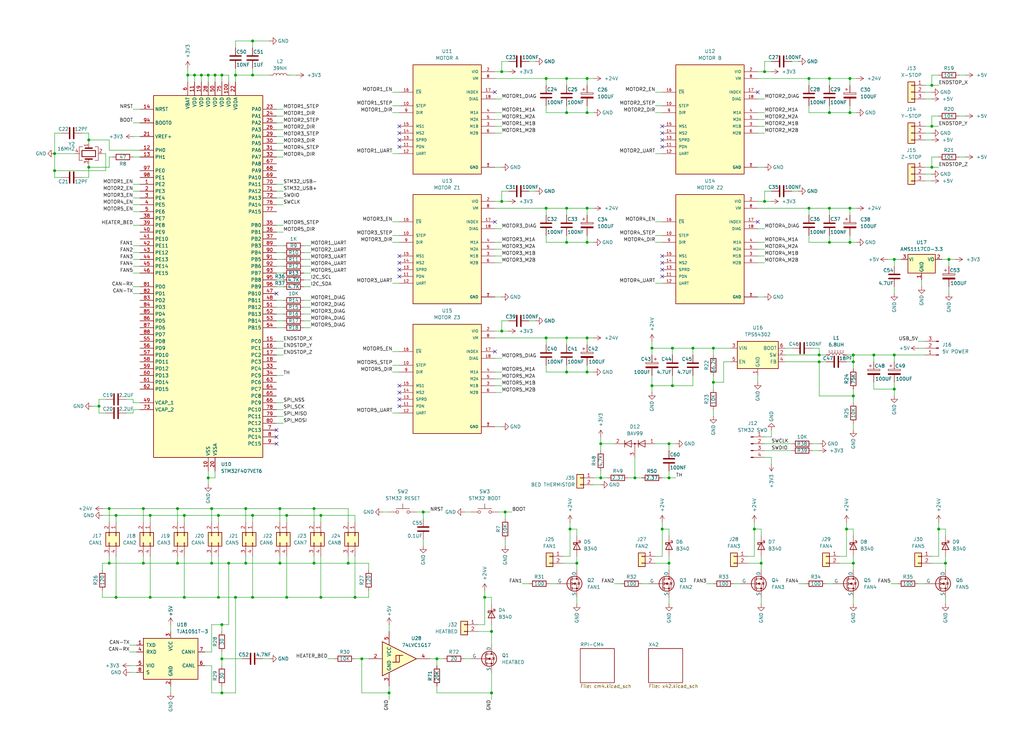
<source format=kicad_sch>
(kicad_sch (version 20231120) (generator "eeschema") (generator_version "8.0")
  (paper "User" 381 279.4)
  (title_block (title "XYmatics E64") (date "2025-07-20") (rev "0.0") (company "XYmatics E64"))
  (lib_symbols
    (symbol "74xGxx:74LVC1G17"
      (property "Reference" "U" (at 0 3.81 0))
      (property "Value" "74LVC1G17" (at 0 -3.81 0))
      (symbol "74LVC1G17_1_1"
        (pin no_connect line (at -7.62 5.08 180) (length 5.08) hide (name "NC") (number "1"))
        (pin input line (at -12.7 0 0) (length 5.08) (name "~") (number "2"))
        (pin power_in line (at -5.08 -10.16 90) (length 5.08) (name "GND") (number "3"))
        (pin output line (at 10.16 0 180) (length 5.08) (name "~") (number "4"))
        (pin power_in line (at -5.08 10.16 270) (length 5.08) (name "VCC") (number "5"))
      )
    )
    (symbol "Connector:Conn_01x03_Pin" (pin_names (offset 1.016) hide)
      (property "Reference" "J" (at 0 5.08 0))
      (property "Value" "Conn_01x03_Pin" (at 0 -5.08 0))
      (symbol "Conn_01x03_Pin_1_1"
        (pin passive line (at 5.08 2.54 180) (length 3.81) (name "Pin_1") (number "1"))
        (pin passive line (at 5.08 0 180) (length 3.81) (name "Pin_2") (number "2"))
        (pin passive line (at 5.08 -2.54 180) (length 3.81) (name "Pin_3") (number "3"))
      )
    )
    (symbol "Connector:Conn_01x04_Pin" (pin_names (offset 1.016) hide)
      (property "Reference" "J" (at 0 5.08 0))
      (property "Value" "Conn_01x04_Pin" (at 0 -7.62 0))
      (symbol "Conn_01x04_Pin_1_1"
        (pin passive line (at 5.08 2.54 180) (length 3.81) (name "Pin_1") (number "1"))
        (pin passive line (at 5.08 0 180) (length 3.81) (name "Pin_2") (number "2"))
        (pin passive line (at 5.08 -2.54 180) (length 3.81) (name "Pin_3") (number "3"))
        (pin passive line (at 5.08 -5.08 180) (length 3.81) (name "Pin_4") (number "4"))
      )
    )
    (symbol "Connector_Generic:Conn_01x02" (pin_names (offset 1.016) hide)
      (property "Reference" "J" (at 0 2.54 0))
      (property "Value" "Conn_01x02" (at 0 -5.08 0))
      (symbol "Conn_01x02_1_1"
        (pin passive line (at -5.08 0 0) (length 3.81) (name "Pin_1") (number "1"))
        (pin passive line (at -5.08 -2.54 0) (length 3.81) (name "Pin_2") (number "2"))
      )
    )
    (symbol "Connector_Generic:Conn_01x03" (pin_names (offset 1.016) hide)
      (property "Reference" "J" (at 0 5.08 0))
      (property "Value" "Conn_01x03" (at 0 -5.08 0))
      (symbol "Conn_01x03_1_1"
        (pin passive line (at -5.08 2.54 0) (length 3.81) (name "Pin_1") (number "1"))
        (pin passive line (at -5.08 0 0) (length 3.81) (name "Pin_2") (number "2"))
        (pin passive line (at -5.08 -2.54 0) (length 3.81) (name "Pin_3") (number "3"))
      )
    )
    (symbol "Connector_Generic:Conn_02x02_Counter_Clockwise" (pin_names (offset 1.016) hide)
      (property "Reference" "J" (at 1.27 2.54 0))
      (property "Value" "Conn_02x02_Counter_Clockwise" (at 1.27 -5.08 0))
      (symbol "Conn_02x02_Counter_Clockwise_1_1"
        (pin passive line (at -5.08 0 0) (length 3.81) (name "Pin_1") (number "1"))
        (pin passive line (at -5.08 -2.54 0) (length 3.81) (name "Pin_2") (number "2"))
        (pin passive line (at 7.62 -2.54 180) (length 3.81) (name "Pin_3") (number "3"))
        (pin passive line (at 7.62 0 180) (length 3.81) (name "Pin_4") (number "4"))
      )
    )
    (symbol "Device:C" (pin_numbers hide) (pin_names (offset 0.254))
      (property "Reference" "C" (at 0.635 2.54 0))
      (property "Value" "C" (at 0.635 -2.54 0))
      (symbol "C_1_1"
        (pin passive line (at 0 3.81 270) (length 2.794) (name "~") (number "1"))
        (pin passive line (at 0 -3.81 90) (length 2.794) (name "~") (number "2"))
      )
    )
    (symbol "Device:C_Polarized" (pin_numbers hide) (pin_names (offset 0.254))
      (property "Reference" "C" (at 0.635 2.54 0))
      (property "Value" "C_Polarized" (at 0.635 -2.54 0))
      (symbol "C_Polarized_1_1"
        (pin passive line (at 0 3.81 270) (length 2.794) (name "~") (number "1"))
        (pin passive line (at 0 -3.81 90) (length 2.794) (name "~") (number "2"))
      )
    )
    (symbol "Device:Crystal_GND24" (pin_names (offset 1.016) hide)
      (property "Reference" "Y" (at 3.175 5.08 0))
      (property "Value" "Crystal_GND24" (at 3.175 3.175 0))
      (symbol "Crystal_GND24_1_1"
        (pin passive line (at -3.81 0 0) (length 1.27) (name "1") (number "1"))
        (pin passive line (at 0 5.08 270) (length 1.27) (name "2") (number "2"))
        (pin passive line (at 3.81 0 180) (length 1.27) (name "3") (number "3"))
        (pin passive line (at 0 -5.08 90) (length 1.27) (name "4") (number "4"))
      )
    )
    (symbol "Device:L" (pin_numbers hide) (pin_names (offset 1.016) hide)
      (property "Reference" "L" (at -1.27 0 90))
      (property "Value" "L" (at 1.905 0 90))
      (symbol "L_1_1"
        (pin passive line (at 0 3.81 270) (length 1.27) (name "1") (number "1"))
        (pin passive line (at 0 -3.81 90) (length 1.27) (name "2") (number "2"))
      )
    )
    (symbol "Device:L_Ferrite" (pin_numbers hide) (pin_names (offset 1.016) hide)
      (property "Reference" "L" (at -1.27 0 90))
      (property "Value" "L_Ferrite" (at 2.794 0 90))
      (symbol "L_Ferrite_1_1"
        (pin passive line (at 0 3.81 270) (length 1.27) (name "1") (number "1"))
        (pin passive line (at 0 -3.81 90) (length 1.27) (name "2") (number "2"))
      )
    )
    (symbol "Device:R" (pin_numbers hide) (pin_names (offset 0))
      (property "Reference" "R" (at 2.032 0 90))
      (property "Value" "R" (at 0 0 90))
      (symbol "R_1_1"
        (pin passive line (at 0 3.81 270) (length 1.27) (name "~") (number "1"))
        (pin passive line (at 0 -3.81 90) (length 1.27) (name "~") (number "2"))
      )
    )
    (symbol "Diode:B340" (pin_numbers hide) (pin_names (offset 1.016) hide)
      (property "Reference" "D" (at 0 2.54 0))
      (property "Value" "B340" (at 0 -2.54 0))
      (symbol "B340_1_1"
        (pin passive line (at -3.81 0 0) (length 2.54) (name "K") (number "1"))
        (pin passive line (at 3.81 0 180) (length 2.54) (name "A") (number "2"))
      )
    )
    (symbol "Diode:BAV99" (pin_names hide)
      (property "Reference" "D" (at 0 5.08 0))
      (property "Value" "BAV99" (at 0 2.54 0))
      (symbol "BAV99_1_1"
        (pin passive line (at -7.62 0 0) (length 2.54) (name "K") (number "1"))
        (pin passive line (at 7.62 0 180) (length 2.54) (name "A") (number "2"))
        (pin passive line (at 0 -5.08 90) (length 2.54) (name "K") (number "3"))
      )
    )
    (symbol "Interface_CAN_LIN:TJA1051T-3" (pin_names (offset 1.016))
      (property "Reference" "U" (at -10.16 8.89 0))
      (property "Value" "TJA1051T-3" (at 1.27 8.89 0))
      (symbol "TJA1051T-3_1_1"
        (pin input line (at -12.7 5.08 0) (length 2.54) (name "TXD") (number "1"))
        (pin power_in line (at 0 -10.16 90) (length 2.54) (name "GND") (number "2"))
        (pin power_in line (at 0 10.16 270) (length 2.54) (name "VCC") (number "3"))
        (pin output line (at -12.7 2.54 0) (length 2.54) (name "RXD") (number "4"))
        (pin power_in line (at -12.7 -2.54 0) (length 2.54) (name "VIO") (number "5"))
        (pin bidirectional line (at 12.7 -2.54 180) (length 2.54) (name "CANL") (number "6"))
        (pin bidirectional line (at 12.7 2.54 180) (length 2.54) (name "CANH") (number "7"))
        (pin input line (at -12.7 -5.08 0) (length 2.54) (name "S") (number "8"))
      )
    )
    (symbol "MCU_ST_STM32F4:STM32F407VETx"
      (property "Reference" "U" (at -20.32 69.85 0))
      (property "Value" "STM32F407VETx" (at 12.7 69.85 0))
      (symbol "STM32F407VETx_1_1"
        (pin bidirectional line (at -25.4 35.56 0) (length 5.08) (name "PE2") (number "1"))
        (pin power_in line (at 0 -71.12 90) (length 5.08) (name "VSS") (number "10"))
        (pin power_in line (at 7.62 73.66 270) (length 5.08) (name "VDD") (number "100"))
        (pin power_in line (at -5.08 73.66 270) (length 5.08) (name "VDD") (number "11"))
        (pin bidirectional line (at -25.4 48.26 0) (length 5.08) (name "PH0") (number "12"))
        (pin bidirectional line (at -25.4 45.72 0) (length 5.08) (name "PH1") (number "13"))
        (pin input line (at -25.4 63.5 0) (length 5.08) (name "NRST") (number "14"))
        (pin bidirectional line (at 25.4 -22.86 180) (length 5.08) (name "PC0") (number "15"))
        (pin bidirectional line (at 25.4 -25.4 180) (length 5.08) (name "PC1") (number "16"))
        (pin bidirectional line (at 25.4 -27.94 180) (length 5.08) (name "PC2") (number "17"))
        (pin bidirectional line (at 25.4 -30.48 180) (length 5.08) (name "PC3") (number "18"))
        (pin power_in line (at -2.54 73.66 270) (length 5.08) (name "VDD") (number "19"))
        (pin bidirectional line (at -25.4 33.02 0) (length 5.08) (name "PE3") (number "2"))
        (pin power_in line (at 2.54 -71.12 90) (length 5.08) (name "VSSA") (number "20"))
        (pin input line (at -25.4 53.34 0) (length 5.08) (name "VREF+") (number "21"))
        (pin power_in line (at 10.16 73.66 270) (length 5.08) (name "VDDA") (number "22"))
        (pin bidirectional line (at 25.4 63.5 180) (length 5.08) (name "PA0") (number "23"))
        (pin bidirectional line (at 25.4 60.96 180) (length 5.08) (name "PA1") (number "24"))
        (pin bidirectional line (at 25.4 58.42 180) (length 5.08) (name "PA2") (number "25"))
        (pin bidirectional line (at 25.4 55.88 180) (length 5.08) (name "PA3") (number "26"))
        (pin passive line (at 0 -71.12 90) (length 5.08) hide (name "VSS") (number "27"))
        (pin power_in line (at 0 73.66 270) (length 5.08) (name "VDD") (number "28"))
        (pin bidirectional line (at 25.4 53.34 180) (length 5.08) (name "PA4") (number "29"))
        (pin bidirectional line (at -25.4 30.48 0) (length 5.08) (name "PE4") (number "3"))
        (pin bidirectional line (at 25.4 50.8 180) (length 5.08) (name "PA5") (number "30"))
        (pin bidirectional line (at 25.4 48.26 180) (length 5.08) (name "PA6") (number "31"))
        (pin bidirectional line (at 25.4 45.72 180) (length 5.08) (name "PA7") (number "32"))
        (pin bidirectional line (at 25.4 -33.02 180) (length 5.08) (name "PC4") (number "33"))
        (pin bidirectional line (at 25.4 -35.56 180) (length 5.08) (name "PC5") (number "34"))
        (pin bidirectional line (at 25.4 20.32 180) (length 5.08) (name "PB0") (number "35"))
        (pin bidirectional line (at 25.4 17.78 180) (length 5.08) (name "PB1") (number "36"))
        (pin bidirectional line (at 25.4 15.24 180) (length 5.08) (name "PB2") (number "37"))
        (pin bidirectional line (at -25.4 22.86 0) (length 5.08) (name "PE7") (number "38"))
        (pin bidirectional line (at -25.4 20.32 0) (length 5.08) (name "PE8") (number "39"))
        (pin bidirectional line (at -25.4 27.94 0) (length 5.08) (name "PE5") (number "4"))
        (pin bidirectional line (at -25.4 17.78 0) (length 5.08) (name "PE9") (number "40"))
        (pin bidirectional line (at -25.4 15.24 0) (length 5.08) (name "PE10") (number "41"))
        (pin bidirectional line (at -25.4 12.7 0) (length 5.08) (name "PE11") (number "42"))
        (pin bidirectional line (at -25.4 10.16 0) (length 5.08) (name "PE12") (number "43"))
        (pin bidirectional line (at -25.4 7.62 0) (length 5.08) (name "PE13") (number "44"))
        (pin bidirectional line (at -25.4 5.08 0) (length 5.08) (name "PE14") (number "45"))
        (pin bidirectional line (at -25.4 2.54 0) (length 5.08) (name "PE15") (number "46"))
        (pin bidirectional line (at 25.4 -5.08 180) (length 5.08) (name "PB10") (number "47"))
        (pin bidirectional line (at 25.4 -7.62 180) (length 5.08) (name "PB11") (number "48"))
        (pin power_out line (at -25.4 -45.72 0) (length 5.08) (name "VCAP_1") (number "49"))
        (pin bidirectional line (at -25.4 25.4 0) (length 5.08) (name "PE6") (number "5"))
        (pin power_in line (at 2.54 73.66 270) (length 5.08) (name "VDD") (number "50"))
        (pin bidirectional line (at 25.4 -10.16 180) (length 5.08) (name "PB12") (number "51"))
        (pin bidirectional line (at 25.4 -12.7 180) (length 5.08) (name "PB13") (number "52"))
        (pin bidirectional line (at 25.4 -15.24 180) (length 5.08) (name "PB14") (number "53"))
        (pin bidirectional line (at 25.4 -17.78 180) (length 5.08) (name "PB15") (number "54"))
        (pin bidirectional line (at -25.4 -22.86 0) (length 5.08) (name "PD8") (number "55"))
        (pin bidirectional line (at -25.4 -25.4 0) (length 5.08) (name "PD9") (number "56"))
        (pin bidirectional line (at -25.4 -27.94 0) (length 5.08) (name "PD10") (number "57"))
        (pin bidirectional line (at -25.4 -30.48 0) (length 5.08) (name "PD11") (number "58"))
        (pin bidirectional line (at -25.4 -33.02 0) (length 5.08) (name "PD12") (number "59"))
        (pin power_in line (at -7.62 73.66 270) (length 5.08) (name "VBAT") (number "6"))
        (pin bidirectional line (at -25.4 -35.56 0) (length 5.08) (name "PD13") (number "60"))
        (pin bidirectional line (at -25.4 -38.1 0) (length 5.08) (name "PD14") (number "61"))
        (pin bidirectional line (at -25.4 -40.64 0) (length 5.08) (name "PD15") (number "62"))
        (pin bidirectional line (at 25.4 -38.1 180) (length 5.08) (name "PC6") (number "63"))
        (pin bidirectional line (at 25.4 -40.64 180) (length 5.08) (name "PC7") (number "64"))
        (pin bidirectional line (at 25.4 -43.18 180) (length 5.08) (name "PC8") (number "65"))
        (pin bidirectional line (at 25.4 -45.72 180) (length 5.08) (name "PC9") (number "66"))
        (pin bidirectional line (at 25.4 43.18 180) (length 5.08) (name "PA8") (number "67"))
        (pin bidirectional line (at 25.4 40.64 180) (length 5.08) (name "PA9") (number "68"))
        (pin bidirectional line (at 25.4 38.1 180) (length 5.08) (name "PA10") (number "69"))
        (pin bidirectional line (at 25.4 -55.88 180) (length 5.08) (name "PC13") (number "7"))
        (pin bidirectional line (at 25.4 35.56 180) (length 5.08) (name "PA11") (number "70"))
        (pin bidirectional line (at 25.4 33.02 180) (length 5.08) (name "PA12") (number "71"))
        (pin bidirectional line (at 25.4 30.48 180) (length 5.08) (name "PA13") (number "72"))
        (pin power_out line (at -25.4 -48.26 0) (length 5.08) (name "VCAP_2") (number "73"))
        (pin passive line (at 0 -71.12 90) (length 5.08) hide (name "VSS") (number "74"))
        (pin power_in line (at 5.08 73.66 270) (length 5.08) (name "VDD") (number "75"))
        (pin bidirectional line (at 25.4 27.94 180) (length 5.08) (name "PA14") (number "76"))
        (pin bidirectional line (at 25.4 25.4 180) (length 5.08) (name "PA15") (number "77"))
        (pin bidirectional line (at 25.4 -48.26 180) (length 5.08) (name "PC10") (number "78"))
        (pin bidirectional line (at 25.4 -50.8 180) (length 5.08) (name "PC11") (number "79"))
        (pin bidirectional line (at 25.4 -58.42 180) (length 5.08) (name "PC14") (number "8"))
        (pin bidirectional line (at 25.4 -53.34 180) (length 5.08) (name "PC12") (number "80"))
        (pin bidirectional line (at -25.4 -2.54 0) (length 5.08) (name "PD0") (number "81"))
        (pin bidirectional line (at -25.4 -5.08 0) (length 5.08) (name "PD1") (number "82"))
        (pin bidirectional line (at -25.4 -7.62 0) (length 5.08) (name "PD2") (number "83"))
        (pin bidirectional line (at -25.4 -10.16 0) (length 5.08) (name "PD3") (number "84"))
        (pin bidirectional line (at -25.4 -12.7 0) (length 5.08) (name "PD4") (number "85"))
        (pin bidirectional line (at -25.4 -15.24 0) (length 5.08) (name "PD5") (number "86"))
        (pin bidirectional line (at -25.4 -17.78 0) (length 5.08) (name "PD6") (number "87"))
        (pin bidirectional line (at -25.4 -20.32 0) (length 5.08) (name "PD7") (number "88"))
        (pin bidirectional line (at 25.4 12.7 180) (length 5.08) (name "PB3") (number "89"))
        (pin bidirectional line (at 25.4 -60.96 180) (length 5.08) (name "PC15") (number "9"))
        (pin bidirectional line (at 25.4 10.16 180) (length 5.08) (name "PB4") (number "90"))
        (pin bidirectional line (at 25.4 7.62 180) (length 5.08) (name "PB5") (number "91"))
        (pin bidirectional line (at 25.4 5.08 180) (length 5.08) (name "PB6") (number "92"))
        (pin bidirectional line (at 25.4 2.54 180) (length 5.08) (name "PB7") (number "93"))
        (pin input line (at -25.4 58.42 0) (length 5.08) (name "BOOT0") (number "94"))
        (pin bidirectional line (at 25.4 0 180) (length 5.08) (name "PB8") (number "95"))
        (pin bidirectional line (at 25.4 -2.54 180) (length 5.08) (name "PB9") (number "96"))
        (pin bidirectional line (at -25.4 40.64 0) (length 5.08) (name "PE0") (number "97"))
        (pin bidirectional line (at -25.4 38.1 0) (length 5.08) (name "PE1") (number "98"))
        (pin passive line (at 0 -71.12 90) (length 5.08) hide (name "VSS") (number "99"))
      )
    )
    (symbol "Regulator_Linear:AMS1117CD-3.3" (pin_names (offset 0.254))
      (property "Reference" "U" (at -3.81 3.175 0))
      (property "Value" "AMS1117CD-3.3" (at 0 3.175 0))
      (symbol "AMS1117CD-3.3_1_1"
        (pin power_in line (at 0 -7.62 90) (length 2.54) (name "GND") (number "1"))
        (pin power_out line (at 7.62 0 180) (length 2.54) (name "VO") (number "2"))
        (pin power_in line (at -7.62 0 0) (length 2.54) (name "VI") (number "3"))
      )
    )
    (symbol "Regulator_Switching:TPS54302"
      (property "Reference" "U" (at -7.62 6.35 0))
      (property "Value" "TPS54302" (at 0 6.35 0))
      (symbol "TPS54302_1_1"
        (pin power_in line (at 0 -7.62 90) (length 2.54) (name "GND") (number "1"))
        (pin power_out line (at 10.16 0 180) (length 2.54) (name "SW") (number "2"))
        (pin power_in line (at -10.16 2.54 0) (length 2.54) (name "VIN") (number "3"))
        (pin input line (at 10.16 -2.54 180) (length 2.54) (name "FB") (number "4"))
        (pin input line (at -10.16 -2.54 0) (length 2.54) (name "EN") (number "5"))
        (pin passive line (at 10.16 2.54 180) (length 2.54) (name "BOOT") (number "6"))
      )
    )
    (symbol "Simulation_SPICE:NMOS" (pin_numbers hide) (pin_names (offset 0))
      (property "Reference" "Q" (at 5.08 1.27 0))
      (property "Value" "NMOS" (at 5.08 -1.27 0))
      (symbol "NMOS_1_1"
        (pin passive line (at 2.54 5.08 270) (length 2.54) (name "D") (number "1"))
        (pin input line (at -5.08 0 0) (length 2.54) (name "G") (number "2"))
        (pin passive line (at 2.54 -5.08 90) (length 2.54) (name "S") (number "3"))
      )
    )
    (symbol "Switch:SW_Push" (pin_numbers hide) (pin_names (offset 1.016) hide)
      (property "Reference" "SW" (at 1.27 2.54 0))
      (property "Value" "SW_Push" (at 0 -1.524 0))
      (symbol "SW_Push_0_1"
        (pin passive line (at -5.08 0 0) (length 2.54) (name "1") (number "1"))
        (pin passive line (at 5.08 0 180) (length 2.54) (name "2") (number "2"))
      )
    )
    (symbol "TMC2209_SILENTSTEPSTICK:TMC2209_SILENTSTEPSTICK" (pin_names (offset 1.016))
      (property "Reference" "U" (at -12.7 22.86 0))
      (property "Value" "TMC2209_SILENTSTEPSTICK" (at -12.7 -22.86 0))
      (symbol "TMC2209_SILENTSTEPSTICK_0_0"
        (pin power_in line (at 17.78 -17.78 180) (length 5.08) (name "GND") (number "1"))
        (pin input line (at -17.78 5.08 0) (length 5.08) (name "STEP") (number "10"))
        (pin bidirectional line (at -17.78 -10.16 0) (length 5.08) (name "PDN") (number "11"))
        (pin bidirectional line (at -17.78 -12.7 0) (length 5.08) (name "UART") (number "12"))
        (pin input line (at -17.78 -7.62 0) (length 5.08) (name "SPRD") (number "13"))
        (pin input line (at -17.78 -5.08 0) (length 5.08) (name "MS2") (number "14"))
        (pin input line (at -17.78 -2.54 0) (length 5.08) (name "MS1") (number "15"))
        (pin input line (at -17.78 10.16 0) (length 5.08) (name "~{EN}") (number "16"))
        (pin output line (at 17.78 10.16 180) (length 5.08) (name "INDEX") (number "17"))
        (pin output line (at 17.78 7.62 180) (length 5.08) (name "DIAG") (number "18"))
        (pin power_in line (at 17.78 17.78 180) (length 5.08) (name "VIO") (number "2"))
        (pin output line (at 17.78 -2.54 180) (length 5.08) (name "M1B") (number "3"))
        (pin output line (at 17.78 2.54 180) (length 5.08) (name "M1A") (number "4"))
        (pin output line (at 17.78 0 180) (length 5.08) (name "M2A") (number "5"))
        (pin output line (at 17.78 -5.08 180) (length 5.08) (name "M2B") (number "6"))
        (pin power_in line (at 17.78 -17.78 180) (length 5.08) (name "GND") (number "7"))
        (pin power_in line (at 17.78 15.24 180) (length 5.08) (name "VM") (number "8"))
        (pin input line (at -17.78 2.54 0) (length 5.08) (name "DIR") (number "9"))
      )
    )
    (symbol "power:+24V" (power) (pin_numbers hide) (pin_names (offset 0) hide)
      (property "Value" "+24V" (at 0 3.556 0))
      (symbol "+24V_1_1"
        (pin power_in line (at 0 0 90) (length 0) (name "~") (number "1"))
      )
    )
    (symbol "power:+3V3" (power) (pin_numbers hide) (pin_names (offset 0) hide)
      (property "Value" "+3V3" (at 0 3.556 0))
      (symbol "+3V3_1_1"
        (pin power_in line (at 0 0 90) (length 0) (name "~") (number "1"))
      )
    )
    (symbol "power:+5V" (power) (pin_numbers hide) (pin_names (offset 0) hide)
      (property "Value" "+5V" (at 0 3.556 0))
      (symbol "+5V_1_1"
        (pin power_in line (at 0 0 90) (length 0) (name "~") (number "1"))
      )
    )
    (symbol "power:GND" (power) (pin_numbers hide) (pin_names (offset 0) hide)
      (property "Value" "GND" (at 0 -3.81 0))
      (symbol "GND_1_1"
        (pin power_in line (at 0 0 270) (length 0) (name "~") (number "1"))
      )
    )
  )
  (junction (at 186.69 26.67))
  (junction (at 218.44 29.21))
  (junction (at 317.5 209.55))
  (junction (at 316.23 77.47))
  (junction (at 106.68 191.77))
  (junction (at 182.88 257.81))
  (junction (at 284.48 74.93))
  (junction (at 116.84 189.23))
  (junction (at 308.61 41.91))
  (junction (at 316.23 41.91))
  (junction (at 265.43 129.54))
  (junction (at 353.06 96.52))
  (junction (at 119.38 222.25))
  (junction (at 210.82 77.47))
  (junction (at 82.55 257.81))
  (junction (at 91.44 189.23))
  (junction (at 144.78 257.81))
  (junction (at 346.71 31.75))
  (junction (at 280.67 196.85))
  (junction (at 236.22 177.8))
  (junction (at 218.44 90.17))
  (junction (at 332.74 132.08))
  (junction (at 242.57 129.54))
  (junction (at 66.04 209.55))
  (junction (at 248.92 209.55))
  (junction (at 78.74 209.55))
  (junction (at 210.82 29.21))
  (junction (at 43.18 191.77))
  (junction (at 203.2 77.47))
  (junction (at 69.85 27.94))
  (junction (at 43.18 222.25))
  (junction (at 162.56 245.11))
  (junction (at 304.8 134.62))
  (junction (at 104.14 189.23))
  (junction (at 304.8 132.08))
  (junction (at 187.96 190.5))
  (junction (at 186.69 123.19))
  (junction (at 257.81 129.54))
  (junction (at 182.88 234.95))
  (junction (at 218.44 41.91))
  (junction (at 300.99 77.47))
  (junction (at 66.04 189.23))
  (junction (at 300.99 29.21))
  (junction (at 246.38 196.85))
  (junction (at 180.34 222.25))
  (junction (at 68.58 222.25))
  (junction (at 20.32 57.15))
  (junction (at 81.28 191.77))
  (junction (at 134.62 245.11))
  (junction (at 74.93 27.94))
  (junction (at 72.39 27.94))
  (junction (at 40.64 209.55))
  (junction (at 349.25 196.85))
  (junction (at 78.74 189.23))
  (junction (at 93.98 191.77))
  (junction (at 82.55 27.94))
  (junction (at 20.32 63.5))
  (junction (at 250.19 143.51))
  (junction (at 68.58 191.77))
  (junction (at 214.63 209.55))
  (junction (at 218.44 125.73))
  (junction (at 325.12 132.08))
  (junction (at 223.52 165.1))
  (junction (at 85.09 209.55))
  (junction (at 248.92 165.1))
  (junction (at 210.82 90.17))
  (junction (at 104.14 209.55))
  (junction (at 93.98 27.94))
  (junction (at 346.71 46.99))
  (junction (at 314.96 196.85))
  (junction (at 218.44 138.43))
  (junction (at 116.84 209.55))
  (junction (at 93.98 222.25))
  (junction (at 308.61 90.17))
  (junction (at 242.57 143.51))
  (junction (at 82.55 232.41))
  (junction (at 212.09 196.85))
  (junction (at 129.54 209.55))
  (junction (at 210.82 125.73))
  (junction (at 53.34 189.23))
  (junction (at 82.55 245.11))
  (junction (at 132.08 222.25))
  (junction (at 186.69 74.93))
  (junction (at 93.98 15.24))
  (junction (at 316.23 29.21))
  (junction (at 346.71 62.23))
  (junction (at 317.5 147.32))
  (junction (at 203.2 125.73))
  (junction (at 332.74 96.52))
  (junction (at 203.2 29.21))
  (junction (at 77.47 177.8))
  (junction (at 87.63 222.25))
  (junction (at 210.82 41.91))
  (junction (at 248.92 177.8))
  (junction (at 317.5 132.08))
  (junction (at 157.48 190.5))
  (junction (at 106.68 222.25))
  (junction (at 80.01 27.94))
  (junction (at 308.61 29.21))
  (junction (at 36.83 151.13))
  (junction (at 265.43 142.24))
  (junction (at 223.52 177.8))
  (junction (at 81.28 222.25))
  (junction (at 316.23 90.17))
  (junction (at 250.19 129.54))
  (junction (at 33.02 62.23))
  (junction (at 284.48 26.67))
  (junction (at 317.5 134.62))
  (junction (at 283.21 209.55))
  (junction (at 55.88 191.77))
  (junction (at 40.64 189.23))
  (junction (at 119.38 191.77))
  (junction (at 87.63 27.94))
  (junction (at 332.74 144.78))
  (junction (at 33.02 52.07))
  (junction (at 351.79 209.55))
  (junction (at 53.34 209.55))
  (junction (at 55.88 222.25))
  (junction (at 91.44 209.55))
  (junction (at 308.61 77.47))
  (junction (at 77.47 27.94))
  (junction (at 218.44 77.47))
  (junction (at 210.82 138.43))
  (no_connect (at 246.38 102.87))
  (no_connect (at 148.59 46.99))
  (no_connect (at 246.38 95.25))
  (no_connect (at 281.94 34.29))
  (no_connect (at 148.59 151.13))
  (no_connect (at 184.15 130.81))
  (no_connect (at 246.38 54.61))
  (no_connect (at 148.59 143.51))
  (no_connect (at 148.59 100.33))
  (no_connect (at 148.59 54.61))
  (no_connect (at 148.59 148.59))
  (no_connect (at 148.59 95.25))
  (no_connect (at 246.38 52.07))
  (no_connect (at 148.59 102.87))
  (no_connect (at 246.38 46.99))
  (no_connect (at 246.38 97.79))
  (no_connect (at 148.59 49.53))
  (no_connect (at 148.59 97.79))
  (no_connect (at 148.59 52.07))
  (no_connect (at 102.87 162.56))
  (no_connect (at 281.94 82.55))
  (no_connect (at 148.59 146.05))
  (no_connect (at 102.87 109.22))
  (no_connect (at 102.87 165.1))
  (no_connect (at 184.15 82.55))
  (no_connect (at 246.38 100.33))
  (no_connect (at 102.87 160.02))
  (no_connect (at 246.38 49.53))
  (no_connect (at 184.15 34.29))
  (wire (pts (xy 317.5 157.48) (xy 317.5 160.02)))
  (wire (pts (xy 186.69 123.19) (xy 189.23 123.19)))
  (wire (pts (xy 203.2 29.21) (xy 210.82 29.21)))
  (wire (pts (xy 69.85 27.94) (xy 69.85 30.48)))
  (wire (pts (xy 210.82 41.91) (xy 218.44 41.91)))
  (wire (pts (xy 104.14 189.23) (xy 104.14 194.31)))
  (wire (pts (xy 283.21 222.25) (xy 283.21 224.79)))
  (wire (pts (xy 223.52 165.1) (xy 228.6 165.1)))
  (wire (pts (xy 196.85 119.38) (xy 199.39 119.38)))
  (wire (pts (xy 68.58 191.77) (xy 68.58 194.31)))
  (wire (pts (xy 81.28 194.31) (xy 81.28 191.77)))
  (wire (pts (xy 102.87 50.8) (xy 105.41 50.8)))
  (wire (pts (xy 203.2 29.21) (xy 203.2 31.75)))
  (wire (pts (xy 74.93 27.94) (xy 77.47 27.94)))
  (wire (pts (xy 257.81 129.54) (xy 257.81 132.08)))
  (wire (pts (xy 53.34 189.23) (xy 66.04 189.23)))
  (wire (pts (xy 78.74 189.23) (xy 91.44 189.23)))
  (wire (pts (xy 236.22 177.8) (xy 236.22 170.18)))
  (wire (pts (xy 116.84 207.01) (xy 116.84 209.55)))
  (wire (pts (xy 68.58 191.77) (xy 81.28 191.77)))
  (wire (pts (xy 325.12 134.62) (xy 325.12 132.08)))
  (wire (pts (xy 186.69 119.38) (xy 189.23 119.38)))
  (wire (pts (xy 284.48 74.93) (xy 287.02 74.93)))
  (wire (pts (xy 218.44 41.91) (xy 218.44 39.37)))
  (wire (pts (xy 77.47 177.8) (xy 80.01 177.8)))
  (wire (pts (xy 316.23 90.17) (xy 318.77 90.17)))
  (wire (pts (xy 93.98 25.4) (xy 93.98 27.94)))
  (wire (pts (xy 52.07 76.2) (xy 49.53 76.2)))
  (wire (pts (xy 77.47 177.8) (xy 77.47 180.34)))
  (wire (pts (xy 137.16 222.25) (xy 137.16 219.71)))
  (wire (pts (xy 300.99 87.63) (xy 300.99 90.17)))
  (wire (pts (xy 184.15 62.23) (xy 186.69 62.23)))
  (wire (pts (xy 162.56 257.81) (xy 182.88 257.81)))
  (wire (pts (xy 132.08 245.11) (xy 134.62 245.11)))
  (wire (pts (xy 248.92 165.1) (xy 251.46 165.1)))
  (wire (pts (xy 248.92 165.1) (xy 248.92 167.64)))
  (wire (pts (xy 82.55 257.81) (xy 82.55 255.27)))
  (wire (pts (xy 304.8 147.32) (xy 317.5 147.32)))
  (wire (pts (xy 20.32 49.53) (xy 20.32 57.15)))
  (wire (pts (xy 218.44 29.21) (xy 218.44 31.75)))
  (wire (pts (xy 77.47 27.94) (xy 77.47 30.48)))
  (wire (pts (xy 284.48 162.56) (xy 287.02 162.56)))
  (wire (pts (xy 218.44 90.17) (xy 218.44 87.63)))
  (wire (pts (xy 346.71 64.77) (xy 344.17 64.77)))
  (wire (pts (xy 353.06 96.52) (xy 355.6 96.52)))
  (wire (pts (xy 218.44 77.47) (xy 220.98 77.47)))
  (wire (pts (xy 218.44 138.43) (xy 218.44 135.89)))
  (wire (pts (xy 20.32 57.15) (xy 20.32 63.5)))
  (wire (pts (xy 346.71 27.94) (xy 346.71 31.75)))
  (wire (pts (xy 356.87 43.18) (xy 359.41 43.18)))
  (wire (pts (xy 233.68 177.8) (xy 236.22 177.8)))
  (wire (pts (xy 312.42 209.55) (xy 317.5 209.55)))
  (wire (pts (xy 38.1 222.25) (xy 38.1 219.71)))
  (wire (pts (xy 106.68 222.25) (xy 119.38 222.25)))
  (wire (pts (xy 66.04 207.01) (xy 66.04 209.55)))
  (wire (pts (xy 341.63 129.54) (xy 344.17 129.54)))
  (wire (pts (xy 91.44 189.23) (xy 91.44 194.31)))
  (wire (pts (xy 182.88 257.81) (xy 182.88 250.19)))
  (wire (pts (xy 53.34 209.55) (xy 66.04 209.55)))
  (wire (pts (xy 39.37 148.59) (xy 36.83 148.59)))
  (wire (pts (xy 91.44 189.23) (xy 104.14 189.23)))
  (wire (pts (xy 190.5 190.5) (xy 187.96 190.5)))
  (wire (pts (xy 349.25 207.01) (xy 346.71 207.01)))
  (wire (pts (xy 184.15 36.83) (xy 186.69 36.83)))
  (wire (pts (xy 119.38 191.77) (xy 132.08 191.77)))
  (wire (pts (xy 186.69 74.93) (xy 189.23 74.93)))
  (wire (pts (xy 40.64 62.23) (xy 33.02 62.23)))
  (wire (pts (xy 184.15 140.97) (xy 186.69 140.97)))
  (wire (pts (xy 210.82 77.47) (xy 218.44 77.47)))
  (wire (pts (xy 144.78 257.81) (xy 144.78 260.35)))
  (wire (pts (xy 33.02 49.53) (xy 30.48 49.53)))
  (wire (pts (xy 218.44 77.47) (xy 218.44 80.01)))
  (wire (pts (xy 317.5 134.62) (xy 317.5 137.16)))
  (wire (pts (xy 300.99 77.47) (xy 300.99 80.01)))
  (wire (pts (xy 81.28 207.01) (xy 81.28 222.25)))
  (wire (pts (xy 162.56 255.27) (xy 162.56 257.81)))
  (wire (pts (xy 144.78 232.41) (xy 144.78 234.95)))
  (wire (pts (xy 132.08 194.31) (xy 132.08 191.77)))
  (wire (pts (xy 218.44 90.17) (xy 220.98 90.17)))
  (wire (pts (xy 300.99 90.17) (xy 308.61 90.17)))
  (wire (pts (xy 341.63 217.17) (xy 344.17 217.17)))
  (wire (pts (xy 55.88 222.25) (xy 68.58 222.25)))
  (wire (pts (xy 113.03 111.76) (xy 115.57 111.76)))
  (wire (pts (xy 175.26 190.5) (xy 172.72 190.5)))
  (wire (pts (xy 102.87 93.98) (xy 105.41 93.98)))
  (wire (pts (xy 300.99 77.47) (xy 308.61 77.47)))
  (wire (pts (xy 346.71 46.99) (xy 349.25 46.99)))
  (wire (pts (xy 113.03 96.52) (xy 115.57 96.52)))
  (wire (pts (xy 134.62 257.81) (xy 144.78 257.81)))
  (wire (pts (xy 287.02 162.56) (xy 287.02 160.02)))
  (wire (pts (xy 203.2 41.91) (xy 210.82 41.91)))
  (wire (pts (xy 33.02 66.04) (xy 33.02 62.23)))
  (wire (pts (xy 346.71 31.75) (xy 344.17 31.75)))
  (wire (pts (xy 281.94 41.91) (xy 284.48 41.91)))
  (wire (pts (xy 317.5 134.62) (xy 317.5 132.08)))
  (wire (pts (xy 284.48 165.1) (xy 294.64 165.1)))
  (wire (pts (xy 281.94 95.25) (xy 284.48 95.25)))
  (wire (pts (xy 106.68 191.77) (xy 106.68 194.31)))
  (wire (pts (xy 148.59 34.29) (xy 146.05 34.29)))
  (wire (pts (xy 49.53 149.86) (xy 52.07 149.86)))
  (wire (pts (xy 78.74 189.23) (xy 78.74 194.31)))
  (wire (pts (xy 265.43 129.54) (xy 265.43 132.08)))
  (wire (pts (xy 325.12 142.24) (xy 325.12 144.78)))
  (wire (pts (xy 46.99 153.67) (xy 49.53 153.67)))
  (wire (pts (xy 203.2 39.37) (xy 203.2 41.91)))
  (wire (pts (xy 38.1 57.15) (xy 39.37 57.15)))
  (wire (pts (xy 40.64 209.55) (xy 53.34 209.55)))
  (wire (pts (xy 284.48 22.86) (xy 287.02 22.86)))
  (wire (pts (xy 22.86 49.53) (xy 20.32 49.53)))
  (wire (pts (xy 87.63 15.24) (xy 87.63 17.78)))
  (wire (pts (xy 257.81 129.54) (xy 265.43 129.54)))
  (wire (pts (xy 281.94 74.93) (xy 284.48 74.93)))
  (wire (pts (xy 308.61 39.37) (xy 308.61 41.91)))
  (wire (pts (xy 316.23 29.21) (xy 318.77 29.21)))
  (wire (pts (xy 162.56 245.11) (xy 165.1 245.11)))
  (wire (pts (xy 351.79 207.01) (xy 351.79 209.55)))
  (wire (pts (xy 281.94 44.45) (xy 284.48 44.45)))
  (wire (pts (xy 80.01 27.94) (xy 82.55 27.94)))
  (wire (pts (xy 55.88 191.77) (xy 68.58 191.77)))
  (wire (pts (xy 346.71 34.29) (xy 344.17 34.29)))
  (wire (pts (xy 40.64 209.55) (xy 38.1 209.55)))
  (wire (pts (xy 144.78 190.5) (xy 142.24 190.5)))
  (wire (pts (xy 304.8 129.54) (xy 302.26 129.54)))
  (wire (pts (xy 332.74 96.52) (xy 335.28 96.52)))
  (wire (pts (xy 82.55 232.41) (xy 82.55 234.95)))
  (wire (pts (xy 81.28 191.77) (xy 93.98 191.77)))
  (wire (pts (xy 314.96 194.31) (xy 314.96 196.85)))
  (wire (pts (xy 294.64 71.12) (xy 297.18 71.12)))
  (wire (pts (xy 66.04 209.55) (xy 78.74 209.55)))
  (wire (pts (xy 186.69 71.12) (xy 186.69 74.93)))
  (wire (pts (xy 102.87 152.4) (xy 105.41 152.4)))
  (wire (pts (xy 148.59 82.55) (xy 146.05 82.55)))
  (wire (pts (xy 137.16 209.55) (xy 137.16 212.09)))
  (wire (pts (xy 346.71 49.53) (xy 344.17 49.53)))
  (wire (pts (xy 106.68 207.01) (xy 106.68 222.25)))
  (wire (pts (xy 246.38 41.91) (xy 243.84 41.91)))
  (wire (pts (xy 68.58 207.01) (xy 68.58 222.25)))
  (wire (pts (xy 185.42 190.5) (xy 187.96 190.5)))
  (wire (pts (xy 93.98 15.24) (xy 100.33 15.24)))
  (wire (pts (xy 49.53 45.72) (xy 52.07 45.72)))
  (wire (pts (xy 172.72 245.11) (xy 175.26 245.11)))
  (wire (pts (xy 49.53 58.42) (xy 52.07 58.42)))
  (wire (pts (xy 102.87 101.6) (xy 105.41 101.6)))
  (wire (pts (xy 203.2 135.89) (xy 203.2 138.43)))
  (wire (pts (xy 49.53 99.06) (xy 52.07 99.06)))
  (wire (pts (xy 346.71 209.55) (xy 351.79 209.55)))
  (wire (pts (xy 356.87 27.94) (xy 359.41 27.94)))
  (wire (pts (xy 308.61 90.17) (xy 316.23 90.17)))
  (wire (pts (xy 304.8 132.08) (xy 304.8 129.54)))
  (wire (pts (xy 93.98 191.77) (xy 93.98 194.31)))
  (wire (pts (xy 184.15 143.51) (xy 186.69 143.51)))
  (wire (pts (xy 43.18 191.77) (xy 55.88 191.77)))
  (wire (pts (xy 184.15 123.19) (xy 186.69 123.19)))
  (wire (pts (xy 250.19 129.54) (xy 257.81 129.54)))
  (wire (pts (xy 210.82 125.73) (xy 218.44 125.73)))
  (wire (pts (xy 177.8 232.41) (xy 180.34 232.41)))
  (wire (pts (xy 353.06 106.68) (xy 353.06 109.22)))
  (wire (pts (xy 304.8 167.64) (xy 302.26 167.64)))
  (wire (pts (xy 246.38 90.17) (xy 243.84 90.17)))
  (wire (pts (xy 184.15 44.45) (xy 186.69 44.45)))
  (wire (pts (xy 356.87 58.42) (xy 359.41 58.42)))
  (wire (pts (xy 33.02 53.34) (xy 33.02 52.07)))
  (wire (pts (xy 184.15 110.49) (xy 186.69 110.49)))
  (wire (pts (xy 68.58 222.25) (xy 81.28 222.25)))
  (wire (pts (xy 102.87 96.52) (xy 105.41 96.52)))
  (wire (pts (xy 292.1 132.08) (xy 304.8 132.08)))
  (wire (pts (xy 317.5 209.55) (xy 317.5 212.09)))
  (wire (pts (xy 332.74 132.08) (xy 325.12 132.08)))
  (wire (pts (xy 346.71 62.23) (xy 349.25 62.23)))
  (wire (pts (xy 349.25 43.18) (xy 346.71 43.18)))
  (wire (pts (xy 160.02 245.11) (xy 162.56 245.11)))
  (wire (pts (xy 281.94 97.79) (xy 284.48 97.79)))
  (wire (pts (xy 116.84 189.23) (xy 129.54 189.23)))
  (wire (pts (xy 203.2 87.63) (xy 203.2 90.17)))
  (wire (pts (xy 113.03 91.44) (xy 115.57 91.44)))
  (wire (pts (xy 307.34 217.17) (xy 309.88 217.17)))
  (wire (pts (xy 148.59 130.81) (xy 146.05 130.81)))
  (wire (pts (xy 297.18 217.17) (xy 299.72 217.17)))
  (wire (pts (xy 180.34 219.71) (xy 180.34 222.25)))
  (wire (pts (xy 353.06 96.52) (xy 353.06 99.06)))
  (wire (pts (xy 182.88 234.95) (xy 182.88 240.03)))
  (wire (pts (xy 220.98 180.34) (xy 223.52 180.34)))
  (wire (pts (xy 218.44 125.73) (xy 218.44 128.27)))
  (wire (pts (xy 55.88 191.77) (xy 55.88 194.31)))
  (wire (pts (xy 100.33 27.94) (xy 93.98 27.94)))
  (wire (pts (xy 246.38 196.85) (xy 246.38 207.01)))
  (wire (pts (xy 38.1 191.77) (xy 43.18 191.77)))
  (wire (pts (xy 102.87 40.64) (xy 105.41 40.64)))
  (wire (pts (xy 332.74 144.78) (xy 332.74 147.32)))
  (wire (pts (xy 38.1 189.23) (xy 40.64 189.23)))
  (wire (pts (xy 280.67 207.01) (xy 278.13 207.01)))
  (wire (pts (xy 154.94 190.5) (xy 157.48 190.5)))
  (wire (pts (xy 36.83 148.59) (xy 36.83 151.13)))
  (wire (pts (xy 48.26 242.57) (xy 50.8 242.57)))
  (wire (pts (xy 20.32 66.04) (xy 20.32 63.5)))
  (wire (pts (xy 129.54 189.23) (xy 129.54 194.31)))
  (wire (pts (xy 271.78 134.62) (xy 269.24 134.62)))
  (wire (pts (xy 203.2 77.47) (xy 203.2 80.01)))
  (wire (pts (xy 52.07 68.58) (xy 49.53 68.58)))
  (wire (pts (xy 300.99 29.21) (xy 308.61 29.21)))
  (wire (pts (xy 210.82 138.43) (xy 218.44 138.43)))
  (wire (pts (xy 43.18 191.77) (xy 43.18 194.31)))
  (wire (pts (xy 55.88 207.01) (xy 55.88 222.25)))
  (wire (pts (xy 49.53 106.68) (xy 52.07 106.68)))
  (wire (pts (xy 113.03 99.06) (xy 115.57 99.06)))
  (wire (pts (xy 180.34 232.41) (xy 180.34 222.25)))
  (wire (pts (xy 330.2 96.52) (xy 332.74 96.52)))
  (wire (pts (xy 184.15 77.47) (xy 203.2 77.47)))
  (wire (pts (xy 308.61 77.47) (xy 308.61 80.01)))
  (wire (pts (xy 49.53 96.52) (xy 52.07 96.52)))
  (wire (pts (xy 22.86 66.04) (xy 20.32 66.04)))
  (wire (pts (xy 184.15 92.71) (xy 186.69 92.71)))
  (wire (pts (xy 346.71 46.99) (xy 344.17 46.99)))
  (wire (pts (xy 210.82 77.47) (xy 210.82 80.01)))
  (wire (pts (xy 248.92 177.8) (xy 248.92 175.26)))
  (wire (pts (xy 223.52 175.26) (xy 223.52 177.8)))
  (wire (pts (xy 214.63 196.85) (xy 214.63 199.39)))
  (wire (pts (xy 102.87 129.54) (xy 105.41 129.54)))
  (wire (pts (xy 182.88 232.41) (xy 182.88 234.95)))
  (wire (pts (xy 85.09 209.55) (xy 91.44 209.55)))
  (wire (pts (xy 76.2 247.65) (xy 78.74 247.65)))
  (wire (pts (xy 40.64 52.07) (xy 40.64 55.88)))
  (wire (pts (xy 38.1 209.55) (xy 38.1 212.09)))
  (wire (pts (xy 113.03 93.98) (xy 115.57 93.98)))
  (wire (pts (xy 349.25 27.94) (xy 346.71 27.94)))
  (wire (pts (xy 40.64 189.23) (xy 53.34 189.23)))
  (wire (pts (xy 113.03 119.38) (xy 115.57 119.38)))
  (wire (pts (xy 194.31 217.17) (xy 196.85 217.17)))
  (wire (pts (xy 278.13 209.55) (xy 283.21 209.55)))
  (wire (pts (xy 242.57 143.51) (xy 250.19 143.51)))
  (wire (pts (xy 69.85 25.4) (xy 69.85 27.94)))
  (wire (pts (xy 148.59 135.89) (xy 146.05 135.89)))
  (wire (pts (xy 212.09 194.31) (xy 212.09 196.85)))
  (wire (pts (xy 246.38 196.85) (xy 248.92 196.85)))
  (wire (pts (xy 177.8 234.95) (xy 182.88 234.95)))
  (wire (pts (xy 281.94 110.49) (xy 284.48 110.49)))
  (wire (pts (xy 246.38 105.41) (xy 243.84 105.41)))
  (wire (pts (xy 284.48 167.64) (xy 294.64 167.64)))
  (wire (pts (xy 104.14 189.23) (xy 116.84 189.23)))
  (wire (pts (xy 87.63 222.25) (xy 93.98 222.25)))
  (wire (pts (xy 49.53 50.8) (xy 52.07 50.8)))
  (wire (pts (xy 246.38 34.29) (xy 243.84 34.29)))
  (wire (pts (xy 82.55 245.11) (xy 90.17 245.11)))
  (wire (pts (xy 102.87 111.76) (xy 105.41 111.76)))
  (wire (pts (xy 93.98 17.78) (xy 93.98 15.24)))
  (wire (pts (xy 93.98 222.25) (xy 106.68 222.25)))
  (wire (pts (xy 214.63 209.55) (xy 214.63 212.09)))
  (wire (pts (xy 102.87 55.88) (xy 105.41 55.88)))
  (wire (pts (xy 72.39 27.94) (xy 72.39 30.48)))
  (wire (pts (xy 186.69 71.12) (xy 189.23 71.12)))
  (wire (pts (xy 246.38 39.37) (xy 243.84 39.37)))
  (wire (pts (xy 283.21 207.01) (xy 283.21 209.55)))
  (wire (pts (xy 332.74 132.08) (xy 344.17 132.08)))
  (wire (pts (xy 137.16 245.11) (xy 134.62 245.11)))
  (wire (pts (xy 134.62 245.11) (xy 134.62 257.81)))
  (wire (pts (xy 132.08 222.25) (xy 137.16 222.25)))
  (wire (pts (xy 80.01 177.8) (xy 80.01 175.26)))
  (wire (pts (xy 248.92 222.25) (xy 248.92 224.79)))
  (wire (pts (xy 80.01 27.94) (xy 80.01 30.48)))
  (wire (pts (xy 102.87 121.92) (xy 105.41 121.92)))
  (wire (pts (xy 102.87 132.08) (xy 105.41 132.08)))
  (wire (pts (xy 344.17 52.07) (xy 346.71 52.07)))
  (wire (pts (xy 102.87 154.94) (xy 105.41 154.94)))
  (wire (pts (xy 203.2 138.43) (xy 210.82 138.43)))
  (wire (pts (xy 113.03 104.14) (xy 115.57 104.14)))
  (wire (pts (xy 102.87 76.2) (xy 105.41 76.2)))
  (wire (pts (xy 317.5 147.32) (xy 317.5 149.86)))
  (wire (pts (xy 242.57 127) (xy 242.57 129.54)))
  (wire (pts (xy 78.74 247.65) (xy 78.74 257.81)))
  (wire (pts (xy 157.48 190.5) (xy 160.02 190.5)))
  (wire (pts (xy 43.18 222.25) (xy 38.1 222.25)))
  (wire (pts (xy 184.15 95.25) (xy 186.69 95.25)))
  (wire (pts (xy 250.19 129.54) (xy 250.19 132.08)))
  (wire (pts (xy 346.71 43.18) (xy 346.71 46.99)))
  (wire (pts (xy 196.85 71.12) (xy 199.39 71.12)))
  (wire (pts (xy 308.61 41.91) (xy 316.23 41.91)))
  (wire (pts (xy 317.5 222.25) (xy 317.5 224.79)))
  (wire (pts (xy 184.15 133.35) (xy 186.69 133.35)))
  (wire (pts (xy 82.55 27.94) (xy 82.55 30.48)))
  (wire (pts (xy 184.15 90.17) (xy 186.69 90.17)))
  (wire (pts (xy 218.44 41.91) (xy 220.98 41.91)))
  (wire (pts (xy 317.5 196.85) (xy 317.5 199.39)))
  (wire (pts (xy 106.68 191.77) (xy 119.38 191.77)))
  (wire (pts (xy 129.54 209.55) (xy 129.54 207.01)))
  (wire (pts (xy 82.55 242.57) (xy 82.55 245.11)))
  (wire (pts (xy 186.69 119.38) (xy 186.69 123.19)))
  (wire (pts (xy 113.03 114.3) (xy 115.57 114.3)))
  (wire (pts (xy 33.02 52.07) (xy 33.02 49.53)))
  (wire (pts (xy 76.2 242.57) (xy 78.74 242.57)))
  (wire (pts (xy 184.15 41.91) (xy 186.69 41.91)))
  (wire (pts (xy 316.23 29.21) (xy 316.23 31.75)))
  (wire (pts (xy 316.23 41.91) (xy 316.23 39.37)))
  (wire (pts (xy 210.82 125.73) (xy 210.82 128.27)))
  (wire (pts (xy 304.8 132.08) (xy 307.34 132.08)))
  (wire (pts (xy 184.15 125.73) (xy 203.2 125.73)))
  (wire (pts (xy 287.02 170.18) (xy 287.02 172.72)))
  (wire (pts (xy 344.17 67.31) (xy 346.71 67.31)))
  (wire (pts (xy 93.98 27.94) (xy 87.63 27.94)))
  (wire (pts (xy 246.38 177.8) (xy 248.92 177.8)))
  (wire (pts (xy 113.03 101.6) (xy 115.57 101.6)))
  (wire (pts (xy 304.8 134.62) (xy 307.34 134.62)))
  (wire (pts (xy 292.1 129.54) (xy 294.64 129.54)))
  (wire (pts (xy 281.94 46.99) (xy 284.48 46.99)))
  (wire (pts (xy 283.21 209.55) (xy 283.21 212.09)))
  (wire (pts (xy 102.87 104.14) (xy 105.41 104.14)))
  (wire (pts (xy 351.79 196.85) (xy 351.79 199.39)))
  (wire (pts (xy 349.25 196.85) (xy 351.79 196.85)))
  (wire (pts (xy 184.15 97.79) (xy 186.69 97.79)))
  (wire (pts (xy 248.92 207.01) (xy 248.92 209.55)))
  (wire (pts (xy 78.74 209.55) (xy 85.09 209.55)))
  (wire (pts (xy 331.47 217.17) (xy 334.01 217.17)))
  (wire (pts (xy 210.82 87.63) (xy 210.82 90.17)))
  (wire (pts (xy 280.67 194.31) (xy 280.67 196.85)))
  (wire (pts (xy 351.79 209.55) (xy 351.79 212.09)))
  (wire (pts (xy 223.52 165.1) (xy 223.52 167.64)))
  (wire (pts (xy 78.74 257.81) (xy 82.55 257.81)))
  (wire (pts (xy 228.6 217.17) (xy 231.14 217.17)))
  (wire (pts (xy 49.53 91.44) (xy 52.07 91.44)))
  (wire (pts (xy 218.44 138.43) (xy 220.98 138.43)))
  (wire (pts (xy 281.94 90.17) (xy 284.48 90.17)))
  (wire (pts (xy 104.14 207.01) (xy 104.14 209.55)))
  (wire (pts (xy 281.94 49.53) (xy 284.48 49.53)))
  (wire (pts (xy 78.74 232.41) (xy 82.55 232.41)))
  (wire (pts (xy 350.52 96.52) (xy 353.06 96.52)))
  (wire (pts (xy 148.59 87.63) (xy 146.05 87.63)))
  (wire (pts (xy 85.09 27.94) (xy 85.09 30.48)))
  (wire (pts (xy 283.21 196.85) (xy 283.21 199.39)))
  (wire (pts (xy 316.23 90.17) (xy 316.23 87.63)))
  (wire (pts (xy 102.87 106.68) (xy 105.41 106.68)))
  (wire (pts (xy 91.44 209.55) (xy 104.14 209.55)))
  (wire (pts (xy 85.09 209.55) (xy 85.09 232.41)))
  (wire (pts (xy 81.28 222.25) (xy 87.63 222.25)))
  (wire (pts (xy 113.03 116.84) (xy 115.57 116.84)))
  (wire (pts (xy 317.5 147.32) (xy 317.5 144.78)))
  (wire (pts (xy 102.87 157.48) (xy 105.41 157.48)))
  (wire (pts (xy 250.19 143.51) (xy 257.81 143.51)))
  (wire (pts (xy 116.84 209.55) (xy 129.54 209.55)))
  (wire (pts (xy 284.48 26.67) (xy 287.02 26.67)))
  (wire (pts (xy 148.59 138.43) (xy 146.05 138.43)))
  (wire (pts (xy 102.87 68.58) (xy 105.41 68.58)))
  (wire (pts (xy 203.2 125.73) (xy 203.2 128.27)))
  (wire (pts (xy 332.74 144.78) (xy 332.74 142.24)))
  (wire (pts (xy 148.59 90.17) (xy 146.05 90.17)))
  (wire (pts (xy 102.87 86.36) (xy 105.41 86.36)))
  (wire (pts (xy 316.23 77.47) (xy 318.77 77.47)))
  (wire (pts (xy 212.09 196.85) (xy 212.09 207.01)))
  (wire (pts (xy 332.74 96.52) (xy 332.74 99.06)))
  (wire (pts (xy 346.71 62.23) (xy 344.17 62.23)))
  (wire (pts (xy 351.79 222.25) (xy 351.79 224.79)))
  (wire (pts (xy 102.87 71.12) (xy 105.41 71.12)))
  (wire (pts (xy 332.74 106.68) (xy 332.74 109.22)))
  (wire (pts (xy 40.64 189.23) (xy 40.64 194.31)))
  (wire (pts (xy 107.95 27.94) (xy 110.49 27.94)))
  (wire (pts (xy 129.54 209.55) (xy 137.16 209.55)))
  (wire (pts (xy 300.99 39.37) (xy 300.99 41.91)))
  (wire (pts (xy 77.47 175.26) (xy 77.47 177.8)))
  (wire (pts (xy 248.92 196.85) (xy 248.92 199.39)))
  (wire (pts (xy 184.15 158.75) (xy 186.69 158.75)))
  (wire (pts (xy 102.87 114.3) (xy 105.41 114.3)))
  (wire (pts (xy 91.44 207.01) (xy 91.44 209.55)))
  (wire (pts (xy 184.15 29.21) (xy 203.2 29.21)))
  (wire (pts (xy 317.5 207.01) (xy 317.5 209.55)))
  (wire (pts (xy 223.52 162.56) (xy 223.52 165.1)))
  (wire (pts (xy 157.48 200.66) (xy 157.48 203.2)))
  (wire (pts (xy 218.44 125.73) (xy 220.98 125.73)))
  (wire (pts (xy 281.94 92.71) (xy 284.48 92.71)))
  (wire (pts (xy 148.59 153.67) (xy 146.05 153.67)))
  (wire (pts (xy 113.03 121.92) (xy 115.57 121.92)))
  (wire (pts (xy 314.96 196.85) (xy 317.5 196.85)))
  (wire (pts (xy 332.74 134.62) (xy 332.74 132.08)))
  (wire (pts (xy 300.99 41.91) (xy 308.61 41.91)))
  (wire (pts (xy 284.48 71.12) (xy 287.02 71.12)))
  (wire (pts (xy 281.94 62.23) (xy 284.48 62.23)))
  (wire (pts (xy 308.61 29.21) (xy 308.61 31.75)))
  (wire (pts (xy 180.34 222.25) (xy 182.88 222.25)))
  (wire (pts (xy 212.09 196.85) (xy 214.63 196.85)))
  (wire (pts (xy 214.63 222.25) (xy 214.63 224.79)))
  (wire (pts (xy 203.2 77.47) (xy 210.82 77.47)))
  (wire (pts (xy 314.96 196.85) (xy 314.96 207.01)))
  (wire (pts (xy 102.87 53.34) (xy 105.41 53.34)))
  (wire (pts (xy 148.59 57.15) (xy 146.05 57.15)))
  (wire (pts (xy 308.61 29.21) (xy 316.23 29.21)))
  (wire (pts (xy 265.43 139.7) (xy 265.43 142.24)))
  (wire (pts (xy 53.34 189.23) (xy 53.34 194.31)))
  (wire (pts (xy 78.74 242.57) (xy 78.74 232.41)))
  (wire (pts (xy 36.83 153.67) (xy 39.37 153.67)))
  (wire (pts (xy 66.04 189.23) (xy 78.74 189.23)))
  (wire (pts (xy 284.48 170.18) (xy 287.02 170.18)))
  (wire (pts (xy 102.87 119.38) (xy 105.41 119.38)))
  (wire (pts (xy 36.83 151.13) (xy 36.83 153.67)))
  (wire (pts (xy 184.15 46.99) (xy 186.69 46.99)))
  (wire (pts (xy 102.87 127) (xy 105.41 127)))
  (wire (pts (xy 102.87 99.06) (xy 105.41 99.06)))
  (wire (pts (xy 242.57 139.7) (xy 242.57 143.51)))
  (wire (pts (xy 113.03 106.68) (xy 115.57 106.68)))
  (wire (pts (xy 93.98 15.24) (xy 87.63 15.24)))
  (wire (pts (xy 102.87 48.26) (xy 105.41 48.26)))
  (wire (pts (xy 82.55 257.81) (xy 87.63 257.81)))
  (wire (pts (xy 294.64 22.86) (xy 297.18 22.86)))
  (wire (pts (xy 20.32 57.15) (xy 27.94 57.15)))
  (wire (pts (xy 148.59 41.91) (xy 146.05 41.91)))
  (wire (pts (xy 265.43 142.24) (xy 265.43 144.78)))
  (wire (pts (xy 314.96 134.62) (xy 317.5 134.62)))
  (wire (pts (xy 48.26 240.03) (xy 50.8 240.03)))
  (wire (pts (xy 184.15 146.05) (xy 186.69 146.05)))
  (wire (pts (xy 210.82 135.89) (xy 210.82 138.43)))
  (wire (pts (xy 93.98 191.77) (xy 106.68 191.77)))
  (wire (pts (xy 87.63 27.94) (xy 87.63 30.48)))
  (wire (pts (xy 210.82 29.21) (xy 218.44 29.21)))
  (wire (pts (xy 281.94 36.83) (xy 284.48 36.83)))
  (wire (pts (xy 349.25 194.31) (xy 349.25 196.85)))
  (wire (pts (xy 314.96 132.08) (xy 317.5 132.08)))
  (wire (pts (xy 246.38 207.01) (xy 243.84 207.01)))
  (wire (pts (xy 246.38 57.15) (xy 243.84 57.15)))
  (wire (pts (xy 269.24 134.62) (xy 269.24 142.24)))
  (wire (pts (xy 49.53 83.82) (xy 52.07 83.82)))
  (wire (pts (xy 72.39 27.94) (xy 74.93 27.94)))
  (wire (pts (xy 184.15 49.53) (xy 186.69 49.53)))
  (wire (pts (xy 187.96 200.66) (xy 187.96 203.2)))
  (wire (pts (xy 121.92 245.11) (xy 124.46 245.11)))
  (wire (pts (xy 102.87 116.84) (xy 105.41 116.84)))
  (wire (pts (xy 48.26 250.19) (xy 50.8 250.19)))
  (wire (pts (xy 344.17 36.83) (xy 346.71 36.83)))
  (wire (pts (xy 148.59 39.37) (xy 146.05 39.37)))
  (wire (pts (xy 212.09 207.01) (xy 209.55 207.01)))
  (wire (pts (xy 196.85 22.86) (xy 199.39 22.86)))
  (wire (pts (xy 281.94 77.47) (xy 300.99 77.47)))
  (wire (pts (xy 281.94 85.09) (xy 284.48 85.09)))
  (wire (pts (xy 204.47 217.17) (xy 207.01 217.17)))
  (wire (pts (xy 269.24 142.24) (xy 265.43 142.24)))
  (wire (pts (xy 236.22 177.8) (xy 238.76 177.8)))
  (wire (pts (xy 93.98 207.01) (xy 93.98 222.25)))
  (wire (pts (xy 78.74 207.01) (xy 78.74 209.55)))
  (wire (pts (xy 102.87 149.86) (xy 105.41 149.86)))
  (wire (pts (xy 349.25 58.42) (xy 346.71 58.42)))
  (wire (pts (xy 203.2 125.73) (xy 210.82 125.73)))
  (wire (pts (xy 314.96 207.01) (xy 312.42 207.01)))
  (wire (pts (xy 273.05 217.17) (xy 275.59 217.17)))
  (wire (pts (xy 40.64 207.01) (xy 40.64 209.55)))
  (wire (pts (xy 43.18 207.01) (xy 43.18 222.25)))
  (wire (pts (xy 82.55 27.94) (xy 85.09 27.94)))
  (wire (pts (xy 20.32 63.5) (xy 39.37 63.5)))
  (wire (pts (xy 48.26 247.65) (xy 50.8 247.65)))
  (wire (pts (xy 265.43 152.4) (xy 265.43 154.94)))
  (wire (pts (xy 257.81 143.51) (xy 257.81 139.7)))
  (wire (pts (xy 292.1 134.62) (xy 304.8 134.62)))
  (wire (pts (xy 304.8 134.62) (xy 304.8 147.32)))
  (wire (pts (xy 210.82 39.37) (xy 210.82 41.91)))
  (wire (pts (xy 144.78 257.81) (xy 144.78 255.27)))
  (wire (pts (xy 162.56 245.11) (xy 162.56 247.65)))
  (wire (pts (xy 53.34 207.01) (xy 53.34 209.55)))
  (wire (pts (xy 243.84 209.55) (xy 248.92 209.55)))
  (wire (pts (xy 341.63 127) (xy 344.17 127)))
  (wire (pts (xy 243.84 165.1) (xy 248.92 165.1)))
  (wire (pts (xy 52.07 73.66) (xy 49.53 73.66)))
  (wire (pts (xy 87.63 222.25) (xy 87.63 257.81)))
  (wire (pts (xy 210.82 29.21) (xy 210.82 31.75)))
  (wire (pts (xy 102.87 91.44) (xy 105.41 91.44)))
  (wire (pts (xy 186.69 22.86) (xy 189.23 22.86)))
  (wire (pts (xy 210.82 90.17) (xy 218.44 90.17)))
  (wire (pts (xy 242.57 143.51) (xy 242.57 146.05)))
  (wire (pts (xy 218.44 29.21) (xy 220.98 29.21)))
  (wire (pts (xy 262.89 217.17) (xy 265.43 217.17)))
  (wire (pts (xy 246.38 87.63) (xy 243.84 87.63)))
  (wire (pts (xy 33.02 52.07) (xy 40.64 52.07)))
  (wire (pts (xy 186.69 26.67) (xy 189.23 26.67)))
  (wire (pts (xy 40.64 55.88) (xy 52.07 55.88)))
  (wire (pts (xy 157.48 190.5) (xy 157.48 193.04)))
  (wire (pts (xy 184.15 85.09) (xy 186.69 85.09)))
  (wire (pts (xy 281.94 29.21) (xy 300.99 29.21)))
  (wire (pts (xy 132.08 207.01) (xy 132.08 222.25)))
  (wire (pts (xy 280.67 196.85) (xy 280.67 207.01)))
  (wire (pts (xy 248.92 209.55) (xy 248.92 212.09)))
  (wire (pts (xy 346.71 31.75) (xy 349.25 31.75)))
  (wire (pts (xy 102.87 43.18) (xy 105.41 43.18)))
  (wire (pts (xy 308.61 87.63) (xy 308.61 90.17)))
  (wire (pts (xy 184.15 74.93) (xy 186.69 74.93)))
  (wire (pts (xy 49.53 109.22) (xy 52.07 109.22)))
  (wire (pts (xy 119.38 207.01) (xy 119.38 222.25)))
  (wire (pts (xy 184.15 138.43) (xy 186.69 138.43)))
  (wire (pts (xy 77.47 27.94) (xy 80.01 27.94)))
  (wire (pts (xy 214.63 207.01) (xy 214.63 209.55)))
  (wire (pts (xy 300.99 29.21) (xy 300.99 31.75)))
  (wire (pts (xy 49.53 148.59) (xy 49.53 149.86)))
  (wire (pts (xy 82.55 245.11) (xy 82.55 247.65)))
  (wire (pts (xy 49.53 93.98) (xy 52.07 93.98)))
  (wire (pts (xy 284.48 22.86) (xy 284.48 26.67)))
  (wire (pts (xy 316.23 77.47) (xy 316.23 80.01)))
  (wire (pts (xy 52.07 71.12) (xy 49.53 71.12)))
  (wire (pts (xy 280.67 196.85) (xy 283.21 196.85)))
  (wire (pts (xy 49.53 153.67) (xy 49.53 152.4)))
  (wire (pts (xy 182.88 222.25) (xy 182.88 224.79)))
  (wire (pts (xy 119.38 191.77) (xy 119.38 194.31)))
  (wire (pts (xy 34.29 151.13) (xy 36.83 151.13)))
  (wire (pts (xy 66.04 189.23) (xy 66.04 194.31)))
  (wire (pts (xy 148.59 105.41) (xy 146.05 105.41)))
  (wire (pts (xy 281.94 139.7) (xy 281.94 142.24)))
  (wire (pts (xy 100.33 245.11) (xy 97.79 245.11)))
  (wire (pts (xy 102.87 73.66) (xy 105.41 73.66)))
  (wire (pts (xy 238.76 217.17) (xy 241.3 217.17)))
  (wire (pts (xy 46.99 148.59) (xy 49.53 148.59)))
  (wire (pts (xy 85.09 232.41) (xy 82.55 232.41)))
  (wire (pts (xy 49.53 101.6) (xy 52.07 101.6)))
  (wire (pts (xy 184.15 26.67) (xy 186.69 26.67)))
  (wire (pts (xy 102.87 58.42) (xy 105.41 58.42)))
  (wire (pts (xy 325.12 132.08) (xy 317.5 132.08)))
  (wire (pts (xy 187.96 190.5) (xy 187.96 193.04)))
  (wire (pts (xy 316.23 41.91) (xy 318.77 41.91)))
  (wire (pts (xy 308.61 77.47) (xy 316.23 77.47)))
  (wire (pts (xy 40.64 58.42) (xy 40.64 62.23)))
  (wire (pts (xy 265.43 129.54) (xy 271.78 129.54)))
  (wire (pts (xy 69.85 27.94) (xy 72.39 27.94)))
  (wire (pts (xy 281.94 26.67) (xy 284.48 26.67)))
  (wire (pts (xy 30.48 66.04) (xy 33.02 66.04)))
  (wire (pts (xy 102.87 45.72) (xy 105.41 45.72)))
  (wire (pts (xy 223.52 177.8) (xy 226.06 177.8)))
  (wire (pts (xy 43.18 222.25) (xy 55.88 222.25)))
  (wire (pts (xy 242.57 129.54) (xy 250.19 129.54)))
  (wire (pts (xy 104.14 209.55) (xy 116.84 209.55)))
  (wire (pts (xy 39.37 57.15) (xy 39.37 63.5)))
  (wire (pts (xy 119.38 222.25) (xy 132.08 222.25)))
  (wire (pts (xy 246.38 82.55) (xy 243.84 82.55)))
  (wire (pts (xy 349.25 196.85) (xy 349.25 207.01)))
  (wire (pts (xy 248.92 177.8) (xy 251.46 177.8)))
  (wire (pts (xy 242.57 129.54) (xy 242.57 132.08)))
  (wire (pts (xy 49.53 152.4) (xy 52.07 152.4)))
  (wire (pts (xy 63.5 255.27) (xy 63.5 257.81)))
  (wire (pts (xy 41.91 58.42) (xy 40.64 58.42)))
  (wire (pts (xy 250.19 139.7) (xy 250.19 143.51)))
  (wire (pts (xy 116.84 189.23) (xy 116.84 194.31)))
  (wire (pts (xy 346.71 58.42) (xy 346.71 62.23)))
  (wire (pts (xy 325.12 144.78) (xy 332.74 144.78)))
  (wire (pts (xy 63.5 232.41) (xy 63.5 234.95)))
  (wire (pts (xy 102.87 83.82) (xy 105.41 83.82)))
  (wire (pts (xy 186.69 22.86) (xy 186.69 26.67)))
  (wire (pts (xy 284.48 71.12) (xy 284.48 74.93)))
  (wire (pts (xy 220.98 177.8) (xy 223.52 177.8)))
  (wire (pts (xy 342.9 104.14) (xy 342.9 106.68)))
  (wire (pts (xy 49.53 40.64) (xy 52.07 40.64)))
  (wire (pts (xy 246.38 194.31) (xy 246.38 196.85)))
  (wire (pts (xy 87.63 25.4) (xy 87.63 27.94)))
  (wire (pts (xy 182.88 257.81) (xy 182.88 260.35)))
  (wire (pts (xy 209.55 209.55) (xy 214.63 209.55)))
  (wire (pts (xy 302.26 165.1) (xy 304.8 165.1)))
  (wire (pts (xy 74.93 27.94) (xy 74.93 30.48)))
  (wire (pts (xy 33.02 62.23) (xy 33.02 60.96)))
  (wire (pts (xy 52.07 78.74) (xy 49.53 78.74)))
  (wire (pts (xy 203.2 90.17) (xy 210.82 90.17)))
  (wire (pts (xy 102.87 139.7) (xy 105.41 139.7)))
  (label "MOTOR2_DIR" (at 105.41 48.26 0))
  (label "HEATER_BED" (at 49.53 83.82 180))
  (label "MOTOR1_STEP" (at 105.41 40.64 0))
  (label "SWCLK" (at 105.41 76.2 0))
  (label "MOTOR5_DIR" (at 105.41 86.36 0))
  (label "MOTOR5_STEP" (at 105.41 83.82 0))
  (label "FAN3" (at 262.89 217.17 180))
  (label "MOTOR4_EN" (at 49.53 76.2 180))
  (label "TH" (at 251.46 177.8 0))
  (label "MOTOR2_UART" (at 115.57 93.98 0))
  (label "MOTOR5_UART" (at 115.57 101.6 0))
  (label "MOTOR1_EN" (at 49.53 68.58 180))
  (label "MOTOR1_DIR" (at 146.05 41.91 180))
  (label "BOOT" (at 190.5 190.5 0))
  (label "FAN1" (at 194.31 217.17 180))
  (label "MOTOR2_UART" (at 243.84 57.15 180))
  (label "MOTOR2_M2A" (at 284.48 44.45 0))
  (label "MOTOR3_M2B" (at 186.69 97.79 0))
  (label "MOTOR5_M1A" (at 186.69 138.43 0))
  (label "MOTOR3_M2A" (at 186.69 92.71 0))
  (label "I2C_SCL" (at 115.57 104.14 0))
  (label "MOTOR2_DIAG" (at 284.48 36.83 0))
  (label "MOTOR1_M1A" (at 186.69 41.91 0))
  (label "MOTOR3_STEP" (at 105.41 50.8 0))
  (label "BOOT" (at 49.53 45.72 180))
  (label "ENDSTOP_Z" (at 349.25 62.23 0))
  (label "MOTOR4_M2B" (at 284.48 97.79 0))
  (label "FAN1" (at 49.53 91.44 180))
  (label "MOTOR5_STEP" (at 146.05 135.89 180))
  (label "MOTOR3_M1B" (at 186.69 95.25 0))
  (label "I2C_SDA" (at 115.57 106.68 0))
  (label "MOTOR4_M1A" (at 284.48 90.17 0))
  (label "MOTOR2_STEP" (at 105.41 45.72 0))
  (label "TH" (at 105.41 139.7 0))
  (label "CAN-RX" (at 49.53 106.68 180))
  (label "ENDSTOP_X" (at 349.25 31.75 0))
  (label "MOTOR3_UART" (at 115.57 96.52 0))
  (label "MOTOR5_DIAG" (at 115.57 121.92 0))
  (label "USB_5V" (at 341.63 127 180))
  (label "FAN4" (at 49.53 99.06 180))
  (label "MOTOR3_STEP" (at 146.05 87.63 180))
  (label "MOTOR3_DIAG" (at 115.57 116.84 0))
  (label "MOTOR4_DIR" (at 105.41 58.42 0))
  (label "MOTOR3_EN" (at 146.05 82.55 180))
  (label "MOTOR4_DIAG" (at 284.48 85.09 0))
  (label "MOTOR1_DIAG" (at 115.57 111.76 0))
  (label "MOTOR2_STEP" (at 243.84 39.37 180))
  (label "MOTOR4_STEP" (at 105.41 55.88 0))
  (label "MOTOR1_UART" (at 115.57 91.44 0))
  (label "CAN-RX" (at 48.26 242.57 180))
  (label "ENDSTOP_X" (at 105.41 127 0))
  (label "FAN5" (at 49.53 101.6 180))
  (label "FAN4" (at 297.18 217.17 180))
  (label "ENDSTOP_Y" (at 105.41 129.54 0))
  (label "FAN2" (at 49.53 93.98 180))
  (label "MOTOR5_M2B" (at 186.69 146.05 0))
  (label "MOTOR1_STEP" (at 146.05 39.37 180))
  (label "SWDIO" (at 287.02 167.64 0))
  (label "HEATER_BED" (at 121.92 245.11 180))
  (label "SPI_NSS" (at 105.41 149.86 0))
  (label "FAN2" (at 228.6 217.17 180))
  (label "MOTOR3_DIR" (at 105.41 53.34 0))
  (label "CAN-TX" (at 49.53 109.22 180))
  (label "MOTOR4_DIR" (at 243.84 90.17 180))
  (label "STM32_USB+" (at 105.41 71.12 0))
  (label "SPI_SCK" (at 105.41 152.4 0))
  (label "SWCLK" (at 287.02 165.1 0))
  (label "SPI_MISO" (at 105.41 154.94 0))
  (label "MOTOR4_M2A" (at 284.48 92.71 0))
  (label "MOTOR2_M1A" (at 284.48 41.91 0))
  (label "MOTOR4_EN" (at 243.84 82.55 180))
  (label "MOTOR2_DIAG" (at 115.57 114.3 0))
  (label "MOTOR1_M1B" (at 186.69 46.99 0))
  (label "MOTOR1_EN" (at 146.05 34.29 180))
  (label "MOTOR5_M2A" (at 186.69 140.97 0))
  (label "MOTOR1_DIR" (at 105.41 43.18 0))
  (label "FAN3" (at 49.53 96.52 180))
  (label "FAN5" (at 331.47 217.17 180))
  (label "MOTOR2_M1B" (at 284.48 46.99 0))
  (label "CAN-TX" (at 48.26 240.03 180))
  (label "ENDSTOP_Z" (at 105.41 132.08 0))
  (label "NRST" (at 160.02 190.5 0))
  (label "MOTOR5_DIAG" (at 186.69 133.35 0))
  (label "STM32_USB-" (at 105.41 68.58 0))
  (label "MOTOR2_DIR" (at 243.84 41.91 180))
  (label "GND" (at 144.78 260.35 270))
  (label "SWDIO" (at 105.41 73.66 0))
  (label "MOTOR2_EN" (at 243.84 34.29 180))
  (label "MOTOR3_EN" (at 49.53 73.66 180))
  (label "NRST" (at 49.53 40.64 180))
  (label "MOTOR3_DIR" (at 146.05 90.17 180))
  (label "MOTOR3_DIAG" (at 186.69 85.09 0))
  (label "MOTOR1_UART" (at 146.05 57.15 180))
  (label "MOTOR5_M1B" (at 186.69 143.51 0))
  (label "MOTOR5_DIR" (at 146.05 138.43 180))
  (label "MOTOR4_UART" (at 115.57 99.06 0))
  (label "MOTOR4_UART" (at 243.84 105.41 180))
  (label "MOTOR1_M2B" (at 186.69 49.53 0))
  (label "MOTOR4_DIAG" (at 115.57 119.38 0))
  (label "MOTOR5_UART" (at 146.05 153.67 180))
  (label "MOTOR5_EN" (at 49.53 78.74 180))
  (label "MOTOR4_M1B" (at 284.48 95.25 0))
  (label "GND" (at 182.88 260.35 270))
  (label "SPI_MOSI" (at 105.41 157.48 0))
  (label "MOTOR2_M2B" (at 284.48 49.53 0))
  (label "MOTOR3_UART" (at 146.05 105.41 180))
  (label "MOTOR3_M1A" (at 186.69 90.17 0))
  (label "MOTOR4_STEP" (at 243.84 87.63 180))
  (label "MOTOR2_EN" (at 49.53 71.12 180))
  (label "MOTOR1_M2A" (at 186.69 44.45 0))
  (label "MOTOR1_DIAG" (at 186.69 36.83 0))
  (label "MOTOR5_EN" (at 146.05 130.81 180))
  (label "ENDSTOP_Y" (at 349.25 46.99 0))
  (symbol (lib_id "power:+24V") (at 349.25 194.31 0) (unit 1)
    (property "Reference" "#PWR120" (effects (hide yes)))
    (property "Value" "+24V" (at 349.25 187.96 90))
    (property "Description" "Power symbol creates a global label with name \"+24V\"" (effects (hide yes)))
  )
  (symbol (lib_id "power:GND") (at 100.33 245.11 90) (unit 1)
    (property "Reference" "#PWR106" (effects (hide yes)))
    (property "Value" "GND" (at 105.41 245.11 90))
    (property "Description" "Power symbol creates a global label with name \"GND\" , ground" (effects (hide yes)))
  )
  (symbol (lib_id "Device:R") (at 109.22 91.44 90) (unit 1)
    (property "Reference" "R9" (at 109.22 91.44 90))
    (property "Value" "1K" (at 109.22 88.9 90))
    (property "Description" "Resistor" (effects (hide yes)))
  )
  (symbol (lib_id "Device:R") (at 109.22 104.14 90) (unit 1)
    (property "Reference" "R36" (at 104.14 102.87 90))
    (property "Value" "4.7K" (at 109.22 104.14 90))
    (property "Description" "Resistor" (effects (hide yes)))
  )
  (symbol (lib_id "Connector_Generic:Conn_02x02_Counter_Clockwise") (at 93.98 199.39 270) (unit 1)
    (property "Reference" "J21" (at 86.868 199.39 90))
    (property "Value" "CAN5" (at 86.36 201.93 90))
    (property "Footprint" "Connector_Molex:Molex_Mini-Fit_Jr_5566-04A_2x02_P4.20mm_Vertical" (effects (hide yes)))
    (property "Description" "Generic connector, double row, 02x02, counter clockwise pin numbering scheme (similar to DIP package numbering), script generated (kicad-library-utils/schlib/autogen/connector/)" (effects (hide yes)))
  )
  (symbol (lib_id "Diode:B340") (at 351.79 203.2 270) (unit 1)
    (property "Reference" "D9" (at 354.33 201.6124 90) (effects (justify left)))
    (property "Value" "B340" (at 354.33 204.1524 90) (effects (justify left)))
    (property "Footprint" "Diode_SMD:D_SMC" (effects (hide yes)))
    (property "Datasheet" "http://www.jameco.com/Jameco/Products/ProdDS/1538777.pdf" (effects (hide yes)))
    (property "Description" "40V 3A Schottky Barrier Rectifier Diode, SMC" (effects (hide yes)))
  )
  (symbol (lib_id "Device:C") (at 193.04 119.38 270) (mirror x) (unit 1)
    (property "Reference" "C39" (at 189.992 117.856 90))
    (property "Value" "100NF" (at 197.358 117.856 90))
    (property "Description" "Unpolarized capacitor" (effects (hide yes)))
  )
  (symbol (lib_id "Device:C") (at 210.82 83.82 0) (unit 1)
    (property "Reference" "C33" (at 211.074 81.534 0) (effects (justify left)))
    (property "Value" "100NF" (at 211.074 86.36 0) (effects (justify left)))
    (property "Description" "Unpolarized capacitor" (effects (hide yes)))
  )
  (symbol (lib_id "power:GND") (at 318.77 41.91 90) (unit 1)
    (property "Reference" "#PWR60" (effects (hide yes)))
    (property "Value" "GND" (at 323.85 41.91 90))
    (property "Description" "Power symbol creates a global label with name \"GND\" , ground" (effects (hide yes)))
  )
  (symbol (lib_id "power:GND") (at 48.26 250.19 270) (unit 1)
    (property "Reference" "#PWR107" (effects (hide yes)))
    (property "Value" "GND" (at 43.18 250.19 90))
    (property "Description" "Power symbol creates a global label with name \"GND\" , ground" (effects (hide yes)))
  )
  (symbol (lib_id "Device:C") (at 203.2 35.56 0) (unit 1)
    (property "Reference" "C24" (at 203.454 33.274 0) (effects (justify left)))
    (property "Value" "100NF" (at 203.454 38.1 0) (effects (justify left)))
    (property "Description" "Unpolarized capacitor" (effects (hide yes)))
  )
  (symbol (lib_id "Connector_Generic:Conn_02x02_Counter_Clockwise") (at 43.18 199.39 270) (unit 1)
    (property "Reference" "J17" (at 36.068 199.39 90))
    (property "Value" "CAN1" (at 35.56 201.93 90))
    (property "Footprint" "Connector_Molex:Molex_Mini-Fit_Jr_5566-04A_2x02_P4.20mm_Vertical" (effects (hide yes)))
    (property "Description" "Generic connector, double row, 02x02, counter clockwise pin numbering scheme (similar to DIP package numbering), script generated (kicad-library-utils/schlib/autogen/connector/)" (effects (hide yes)))
  )
  (symbol (lib_id "Device:C") (at 308.61 35.56 0) (unit 1)
    (property "Reference" "C29" (at 308.864 33.274 0) (effects (justify left)))
    (property "Value" "100NF" (at 308.864 38.1 0) (effects (justify left)))
    (property "Description" "Unpolarized capacitor" (effects (hide yes)))
  )
  (symbol (lib_id "Diode:B340") (at 248.92 203.2 270) (unit 1)
    (property "Reference" "D6" (at 251.46 201.6124 90) (effects (justify left)))
    (property "Value" "B340" (at 251.46 204.1524 90) (effects (justify left)))
    (property "Footprint" "Diode_SMD:D_SMC" (effects (hide yes)))
    (property "Datasheet" "http://www.jameco.com/Jameco/Products/ProdDS/1538777.pdf" (effects (hide yes)))
    (property "Description" "40V 3A Schottky Barrier Rectifier Diode, SMC" (effects (hide yes)))
  )
  (symbol (lib_id "Device:R") (at 298.45 165.1 270) (mirror x) (unit 1)
    (property "Reference" "R38" (at 298.45 165.1 90))
    (property "Value" "10K" (at 298.45 162.56 90))
    (property "Description" "Resistor" (effects (hide yes)))
  )
  (symbol (lib_id "power:+24V") (at 180.34 219.71 0) (unit 1)
    (property "Reference" "#PWR111" (effects (hide yes)))
    (property "Value" "+24V" (at 180.34 213.36 90))
    (property "Description" "Power symbol creates a global label with name \"+24V\"" (effects (hide yes)))
  )
  (symbol (lib_id "power:+24V") (at 314.96 194.31 0) (unit 1)
    (property "Reference" "#PWR118" (effects (hide yes)))
    (property "Value" "+24V" (at 314.96 187.96 90))
    (property "Description" "Power symbol creates a global label with name \"+24V\"" (effects (hide yes)))
  )
  (symbol (lib_id "Device:R") (at 265.43 135.89 180) (unit 1)
    (property "Reference" "R22" (at 262.89 135.89 90))
    (property "Value" "56.2K" (at 265.43 135.89 90))
    (property "Description" "Resistor" (effects (hide yes)))
  )
  (symbol (lib_id "Device:L") (at 104.14 27.94 90) (unit 1)
    (property "Reference" "L2" (at 104.14 22.86 90))
    (property "Value" "39NH" (at 104.14 25.4 90))
    (property "Description" "Inductor" (effects (hide yes)))
  )
  (symbol (lib_id "Connector_Generic:Conn_01x02") (at 172.72 232.41 0) (mirror y) (unit 1)
    (property "Reference" "J32" (at 168.402 232.41 0))
    (property "Value" "HEATBED" (at 166.116 234.95 0))
    (property "Description" "Generic connector, single row, 01x02, script generated (kicad-library-utils/schlib/autogen/connector/)" (effects (hide yes)))
  )
  (symbol (lib_id "Device:C") (at 298.45 129.54 270) (mirror x) (unit 1)
    (property "Reference" "C46" (at 295.402 128.016 90))
    (property "Value" "100NF" (at 302.768 128.016 90))
    (property "Description" "Unpolarized capacitor" (effects (hide yes)))
  )
  (symbol (lib_id "Simulation_SPICE:NMOS") (at 246.38 217.17 0) (unit 1)
    (property "Reference" "Q3" (at 252.73 215.8999 0) (effects (justify left)))
    (property "Value" "FAN2" (at 252.73 218.4399 0) (effects (justify left)))
    (property "Datasheet" "https://ngspice.sourceforge.io/docs/ngspice-html-manual/manual.xhtml#cha_MOSFETs" (effects (hide yes)))
    (property "Description" "N-MOSFET transistor, drain/source/gate" (effects (hide yes)))
    (property "Sim.Device" "NMOS" (effects (hide yes)))
    (property "Sim.Type" "VDMOS" (effects (hide yes)))
    (property "Sim.Pins" "1=D 2=G 3=S" (effects (hide yes)))
  )
  (symbol (lib_id "Connector_Generic:Conn_02x02_Counter_Clockwise") (at 119.38 199.39 270) (unit 1)
    (property "Reference" "J23" (at 112.268 199.39 90))
    (property "Value" "CAN7" (at 111.76 201.93 90))
    (property "Footprint" "Connector_Molex:Molex_Mini-Fit_Jr_5566-04A_2x02_P4.20mm_Vertical" (effects (hide yes)))
    (property "Description" "Generic connector, double row, 02x02, counter clockwise pin numbering scheme (similar to DIP package numbering), script generated (kicad-library-utils/schlib/autogen/connector/)" (effects (hide yes)))
  )
  (symbol (lib_id "power:+5V") (at 341.63 129.54 90) (unit 1)
    (property "Reference" "#PWR96" (effects (hide yes)))
    (property "Value" "+5V" (at 336.55 129.54 90))
    (property "Description" "Power symbol creates a global label with name \"+5V\"" (effects (hide yes)))
  )
  (symbol (lib_id "power:+24V") (at 318.77 77.47 270) (unit 1)
    (property "Reference" "#PWR84" (effects (hide yes)))
    (property "Value" "+24V" (at 322.58 77.4699 90) (effects (justify left)))
    (property "Description" "Power symbol creates a global label with name \"+24V\"" (effects (hide yes)))
  )
  (symbol (lib_id "TMC2209_SILENTSTEPSTICK:TMC2209_SILENTSTEPSTICK") (at 264.16 44.45 0) (unit 1)
    (property "Reference" "U12" (at 264.16 19.05 0))
    (property "Value" "MOTOR B" (at 264.16 21.59 0))
    (property "Footprint" "TMC2209_SILENTSTEPSTICK:MODULE_TMC2209_SILENTSTEPSTICK" (effects (hide yes)))
    (property "MF" "Trinamic Motion Control GmbH" (effects (hide yes)))
    (property "Description_1" "\n                        \n                            TMC2209 Motor Controller/Driver Power Management Evaluation Board\n                        \n" (effects (hide yes)))
    (property "Package" "None" (effects (hide yes)))
    (property "Price" "None" (effects (hide yes)))
    (property "Check_prices" "https://www.snapeda.com/parts/TMC2209%20SILENTSTEPSTICK/Trinamic/view-part/?ref=eda" (effects (hide yes)))
    (property "STANDARD" "Manufacturer Recommendations" (effects (hide yes)))
    (property "PARTREV" "1.20" (effects (hide yes)))
    (property "SnapEDA_Link" "https://www.snapeda.com/parts/TMC2209%20SILENTSTEPSTICK/Trinamic/view-part/?ref=snap" (effects (hide yes)))
    (property "MP" "TMC2209 SILENTSTEPSTICK" (effects (hide yes)))
    (property "MANUFACTURER" "Trinamic Motion Control GmbH" (effects (hide yes)))
    (property "Availability" "Not in stock" (effects (hide yes)))
    (property "SNAPEDA_PN" "TMC2209 SILENTSTEPSTICK" (effects (hide yes)))
  )
  (symbol (lib_id "power:GND") (at 342.9 106.68 0) (unit 1)
    (property "Reference" "#PWR99" (effects (hide yes)))
    (property "Value" "GND" (at 342.9 111.76 90))
    (property "Description" "Power symbol creates a global label with name \"GND\" , ground" (effects (hide yes)))
  )
  (symbol (lib_id "Device:C_Polarized") (at 316.23 35.56 0) (unit 1)
    (property "Reference" "C30" (at 320.04 33.4009 0) (effects (justify left)))
    (property "Value" "100UF" (at 320.04 35.9409 0) (effects (justify left)))
    (property "Description" "Polarized capacitor" (effects (hide yes)))
  )
  (symbol (lib_id "power:GND") (at 284.48 62.23 90) (unit 1)
    (property "Reference" "#PWR61" (effects (hide yes)))
    (property "Value" "GND" (at 289.56 62.23 90))
    (property "Description" "Power symbol creates a global label with name \"GND\" , ground" (effects (hide yes)))
  )
  (symbol (lib_id "power:+24V") (at 246.38 194.31 0) (unit 1)
    (property "Reference" "#PWR114" (effects (hide yes)))
    (property "Value" "+24V" (at 246.38 187.96 90))
    (property "Description" "Power symbol creates a global label with name \"+24V\"" (effects (hide yes)))
  )
  (symbol (lib_id "Device:R") (at 234.95 217.17 270) (mirror x) (unit 1)
    (property "Reference" "R32" (at 234.95 214.63 90))
    (property "Value" "100" (at 234.95 217.17 90))
    (property "Description" "Resistor" (effects (hide yes)))
  )
  (symbol (lib_id "Connector_Generic:Conn_01x02") (at 307.34 207.01 0) (mirror y) (unit 1)
    (property "Reference" "J29" (at 307.34 200.66 0))
    (property "Value" "FAN4" (at 307.34 203.2 0))
    (property "Footprint" "Connector_JST:JST_XH_B2B-XH-A_1x02_P2.50mm_Vertical" (effects (hide yes)))
    (property "Description" "Generic connector, single row, 01x02, script generated (kicad-library-utils/schlib/autogen/connector/)" (effects (hide yes)))
  )
  (symbol (lib_id "Device:R") (at 109.22 116.84 90) (unit 1)
    (property "Reference" "R16" (at 109.22 116.84 90))
    (property "Value" "10K" (effects (hide yes)))
    (property "Description" "Resistor" (effects (hide yes)))
  )
  (symbol (lib_id "Connector_Generic:Conn_02x02_Counter_Clockwise") (at 55.88 199.39 270) (unit 1)
    (property "Reference" "J18" (at 48.768 199.39 90))
    (property "Value" "CAN2" (at 48.26 201.93 90))
    (property "Footprint" "Connector_Molex:Molex_Mini-Fit_Jr_5566-04A_2x02_P4.20mm_Vertical" (effects (hide yes)))
    (property "Description" "Generic connector, double row, 02x02, counter clockwise pin numbering scheme (similar to DIP package numbering), script generated (kicad-library-utils/schlib/autogen/connector/)" (effects (hide yes)))
  )
  (symbol (lib_id "Device:C") (at 210.82 132.08 0) (unit 1)
    (property "Reference" "C41" (at 211.074 129.794 0) (effects (justify left)))
    (property "Value" "100NF" (at 211.074 134.62 0) (effects (justify left)))
    (property "Description" "Unpolarized capacitor" (effects (hide yes)))
  )
  (symbol (lib_id "Connector_Generic:Conn_01x02") (at 238.76 207.01 0) (mirror y) (unit 1)
    (property "Reference" "J27" (at 238.76 200.66 0))
    (property "Value" "FAN2" (at 238.76 203.2 0))
    (property "Footprint" "Connector_JST:JST_XH_B2B-XH-A_1x02_P2.50mm_Vertical" (effects (hide yes)))
    (property "Description" "Generic connector, single row, 01x02, script generated (kicad-library-utils/schlib/autogen/connector/)" (effects (hide yes)))
  )
  (symbol (lib_id "power:GND") (at 214.63 224.79 0) (mirror y) (unit 1)
    (property "Reference" "#PWR113" (effects (hide yes)))
    (property "Value" "GND" (at 214.63 229.87 90))
    (property "Description" "Power symbol creates a global label with name \"GND\" , ground" (effects (hide yes)))
  )
  (symbol (lib_id "power:GND") (at 172.72 190.5 270) (mirror x) (unit 1)
    (property "Reference" "#PWR52" (effects (hide yes)))
    (property "Value" "GND" (at 167.64 190.5 90))
    (property "Description" "Power symbol creates a global label with name \"GND\" , ground" (effects (hide yes)))
  )
  (symbol (lib_id "Simulation_SPICE:NMOS") (at 314.96 217.17 0) (unit 1)
    (property "Reference" "Q5" (at 321.31 215.8999 0) (effects (justify left)))
    (property "Value" "FAN4" (at 321.31 218.4399 0) (effects (justify left)))
    (property "Datasheet" "https://ngspice.sourceforge.io/docs/ngspice-html-manual/manual.xhtml#cha_MOSFETs" (effects (hide yes)))
    (property "Description" "N-MOSFET transistor, drain/source/gate" (effects (hide yes)))
    (property "Sim.Device" "NMOS" (effects (hide yes)))
    (property "Sim.Type" "VDMOS" (effects (hide yes)))
    (property "Sim.Pins" "1=D 2=G 3=S" (effects (hide yes)))
  )
  (symbol (lib_id "power:+3V3") (at 223.52 162.56 0) (unit 1)
    (property "Reference" "#PWR136" (effects (hide yes)))
    (property "Value" "+3V3" (at 223.52 156.21 90))
    (property "Description" "Power symbol creates a global label with name \"+3V3\"" (effects (hide yes)))
  )
  (symbol (lib_id "Device:R") (at 45.72 58.42 90) (mirror x) (unit 1)
    (property "Reference" "R8" (at 45.72 60.96 90))
    (property "Value" "47" (at 45.72 58.42 90))
    (property "Description" "Resistor" (effects (hide yes)))
  )
  (symbol (lib_id "Device:R") (at 38.1 215.9 180) (unit 1)
    (property "Reference" "R26" (at 35.56 215.9 90))
    (property "Value" "120" (at 38.1 215.9 90))
    (property "Description" "Resistor" (effects (hide yes)))
  )
  (symbol (lib_id "power:GND") (at 283.21 224.79 0) (mirror y) (unit 1)
    (property "Reference" "#PWR117" (effects (hide yes)))
    (property "Value" "GND" (at 283.21 229.87 90))
    (property "Description" "Power symbol creates a global label with name \"GND\" , ground" (effects (hide yes)))
  )
  (symbol (lib_id "Device:R") (at 303.53 217.17 270) (mirror x) (unit 1)
    (property "Reference" "R34" (at 303.53 214.63 90))
    (property "Value" "100" (at 303.53 217.17 90))
    (property "Description" "Resistor" (effects (hide yes)))
  )
  (symbol (lib_id "power:+24V") (at 220.98 125.73 270) (unit 1)
    (property "Reference" "#PWR88" (effects (hide yes)))
    (property "Value" "+24V" (at 224.79 125.7299 90) (effects (justify left)))
    (property "Description" "Power symbol creates a global label with name \"+24V\"" (effects (hide yes)))
  )
  (symbol (lib_id "Device:C") (at 26.67 49.53 90) (unit 1)
    (property "Reference" "C22" (at 23.622 48.006 90))
    (property "Value" "12PF" (at 30.226 48.006 90))
    (property "Description" "Unpolarized capacitor" (effects (hide yes)))
  )
  (symbol (lib_id "power:GND") (at 199.39 119.38 90) (unit 1)
    (property "Reference" "#PWR87" (effects (hide yes)))
    (property "Value" "GND" (at 204.47 119.38 90))
    (property "Description" "Power symbol creates a global label with name \"GND\" , ground" (effects (hide yes)))
  )
  (symbol (lib_id "Simulation_SPICE:NMOS") (at 349.25 217.17 0) (unit 1)
    (property "Reference" "Q6" (at 355.6 215.8999 0) (effects (justify left)))
    (property "Value" "FAN5" (at 355.6 218.4399 0) (effects (justify left)))
    (property "Datasheet" "https://ngspice.sourceforge.io/docs/ngspice-html-manual/manual.xhtml#cha_MOSFETs" (effects (hide yes)))
    (property "Description" "N-MOSFET transistor, drain/source/gate" (effects (hide yes)))
    (property "Sim.Device" "NMOS" (effects (hide yes)))
    (property "Sim.Type" "VDMOS" (effects (hide yes)))
    (property "Sim.Pins" "1=D 2=G 3=S" (effects (hide yes)))
  )
  (symbol (lib_id "power:GND") (at 284.48 110.49 90) (unit 1)
    (property "Reference" "#PWR67" (effects (hide yes)))
    (property "Value" "GND" (at 289.56 110.49 90))
    (property "Description" "Power symbol creates a global label with name \"GND\" , ground" (effects (hide yes)))
  )
  (symbol (lib_id "Device:C") (at 203.2 132.08 0) (unit 1)
    (property "Reference" "C40" (at 203.454 129.794 0) (effects (justify left)))
    (property "Value" "100NF" (at 203.454 134.62 0) (effects (justify left)))
    (property "Description" "Unpolarized capacitor" (effects (hide yes)))
  )
  (symbol (lib_id "Device:R") (at 242.57 177.8 90) (unit 1)
    (property "Reference" "R50" (at 242.57 175.26 90))
    (property "Value" "2.37" (at 242.57 177.8 90))
    (property "Description" "Resistor" (effects (hide yes)))
  )
  (symbol (lib_id "power:+5V") (at 346.71 36.83 270) (unit 1)
    (property "Reference" "#PWR75" (effects (hide yes)))
    (property "Value" "+5V" (at 350.52 36.8299 90) (effects (justify left)))
    (property "Description" "Power symbol creates a global label with name \"+5V\"" (effects (hide yes)))
  )
  (symbol (lib_id "Device:C") (at 93.98 21.59 0) (unit 1)
    (property "Reference" "C51" (at 94.234 19.304 0) (effects (justify left)))
    (property "Value" "1UF" (at 94.234 24.13 0) (effects (justify left)))
    (property "Description" "Unpolarized capacitor" (effects (hide yes)))
  )
  (symbol (lib_id "Device:R") (at 128.27 245.11 90) (unit 1)
    (property "Reference" "R30" (at 128.27 242.57 90))
    (property "Value" "10K" (at 128.27 245.11 90))
    (property "Description" "Resistor" (effects (hide yes)))
  )
  (symbol (lib_id "power:+24V") (at 220.98 29.21 270) (unit 1)
    (property "Reference" "#PWR65" (effects (hide yes)))
    (property "Value" "+24V" (at 224.79 29.2099 90) (effects (justify left)))
    (property "Description" "Power symbol creates a global label with name \"+24V\"" (effects (hide yes)))
  )
  (symbol (lib_id "Device:R") (at 229.87 177.8 90) (unit 1)
    (property "Reference" "R49" (at 229.87 175.26 90))
    (property "Value" "2.37" (at 229.87 177.8 90))
    (property "Description" "Resistor" (effects (hide yes)))
  )
  (symbol (lib_id "power:GND") (at 297.18 22.86 90) (unit 1)
    (property "Reference" "#PWR58" (effects (hide yes)))
    (property "Value" "GND" (at 302.26 22.86 90))
    (property "Description" "Power symbol creates a global label with name \"GND\" , ground" (effects (hide yes)))
  )
  (symbol (lib_id "power:+3V3") (at 189.23 123.19 270) (unit 1)
    (property "Reference" "#PWR57" (effects (hide yes)))
    (property "Value" "+3V3" (at 193.04 123.1899 90) (effects (justify left)))
    (property "Description" "Power symbol creates a global label with name \"+3V3\"" (effects (hide yes)))
  )
  (symbol (lib_id "Regulator_Switching:TPS54302") (at 281.94 132.08 0) (unit 1)
    (property "Reference" "U16" (at 281.94 121.92 0))
    (property "Value" "TPS54302" (at 281.94 124.46 0))
    (property "Footprint" "Package_TO_SOT_SMD:SOT-23-6" (effects (hide yes)))
    (property "Datasheet" "http://www.ti.com/lit/ds/symlink/tps54302.pdf" (effects (hide yes)))
    (property "Description" "3A, 4.5 to 28V Input, EMI Friendly integrated switch synchronous step-down regulator, pulse-skipping, SOT-23-6" (effects (hide yes)))
  )
  (symbol (lib_id "Interface_CAN_LIN:TJA1051T-3") (at 63.5 245.11 0) (unit 1)
    (property "Reference" "U18" (at 65.6941 232.41 0) (effects (justify left)))
    (property "Value" "TJA1051T-3" (at 65.6941 234.95 0) (effects (justify left)))
    (property "Footprint" "Package_SO:SOIC-8_3.9x4.9mm_P1.27mm" (effects (hide yes)))
    (property "Datasheet" "http://www.nxp.com/docs/en/data-sheet/TJA1051.pdf" (effects (hide yes)))
    (property "Description" "High-Speed CAN Transceiver, separate VIO, silent mode, SOIC-8" (effects (hide yes)))
  )
  (symbol (lib_id "power:GND") (at 251.46 165.1 90) (unit 1)
    (property "Reference" "#PWR138" (effects (hide yes)))
    (property "Value" "GND" (at 256.54 165.1 90))
    (property "Description" "Power symbol creates a global label with name \"GND\" , ground" (effects (hide yes)))
  )
  (symbol (lib_id "Device:C") (at 43.18 148.59 270) (mirror x) (unit 1)
    (property "Reference" "C19" (at 40.132 147.066 90))
    (property "Value" "2.2UF" (at 46.99 147.066 90))
    (property "Description" "Unpolarized capacitor" (effects (hide yes)))
  )
  (symbol (lib_id "Connector_Generic:Conn_02x02_Counter_Clockwise") (at 81.28 199.39 270) (unit 1)
    (property "Reference" "J20" (at 74.168 199.39 90))
    (property "Value" "CAN4" (at 73.66 201.93 90))
    (property "Footprint" "Connector_Molex:Molex_Mini-Fit_Jr_5566-04A_2x02_P4.20mm_Vertical" (effects (hide yes)))
    (property "Description" "Generic connector, double row, 02x02, counter clockwise pin numbering scheme (similar to DIP package numbering), script generated (kicad-library-utils/schlib/autogen/connector/)" (effects (hide yes)))
  )
  (symbol (lib_id "power:+24V") (at 38.1 189.23 90) (unit 1)
    (property "Reference" "#PWR102" (effects (hide yes)))
    (property "Value" "+24V" (at 31.75 189.23 90))
    (property "Description" "Power symbol creates a global label with name \"+24V\"" (effects (hide yes)))
  )
  (symbol (lib_id "power:GND") (at 346.71 64.77 90) (mirror x) (unit 1)
    (property "Reference" "#PWR77" (effects (hide yes)))
    (property "Value" "GND" (at 351.79 64.77 90))
    (property "Description" "Power symbol creates a global label with name \"GND\" , ground" (effects (hide yes)))
  )
  (symbol (lib_id "TMC2209_SILENTSTEPSTICK:TMC2209_SILENTSTEPSTICK") (at 166.37 44.45 0) (unit 1)
    (property "Reference" "U11" (at 166.37 19.05 0))
    (property "Value" "MOTOR A" (at 166.37 21.59 0))
    (property "Footprint" "TMC2209_SILENTSTEPSTICK:MODULE_TMC2209_SILENTSTEPSTICK" (effects (hide yes)))
    (property "MF" "Trinamic Motion Control GmbH" (effects (hide yes)))
    (property "Description_1" "\n                        \n                            TMC2209 Motor Controller/Driver Power Management Evaluation Board\n                        \n" (effects (hide yes)))
    (property "Package" "None" (effects (hide yes)))
    (property "Price" "None" (effects (hide yes)))
    (property "Check_prices" "https://www.snapeda.com/parts/TMC2209%20SILENTSTEPSTICK/Trinamic/view-part/?ref=eda" (effects (hide yes)))
    (property "STANDARD" "Manufacturer Recommendations" (effects (hide yes)))
    (property "PARTREV" "1.20" (effects (hide yes)))
    (property "SnapEDA_Link" "https://www.snapeda.com/parts/TMC2209%20SILENTSTEPSTICK/Trinamic/view-part/?ref=snap" (effects (hide yes)))
    (property "MP" "TMC2209 SILENTSTEPSTICK" (effects (hide yes)))
    (property "MANUFACTURER" "Trinamic Motion Control GmbH" (effects (hide yes)))
    (property "Availability" "Not in stock" (effects (hide yes)))
    (property "SNAPEDA_PN" "TMC2209 SILENTSTEPSTICK" (effects (hide yes)))
  )
  (symbol (lib_id "Device:R") (at 317.5 140.97 180) (unit 1)
    (property "Reference" "R24" (at 314.96 140.97 90))
    (property "Value" "75K" (at 317.5 140.97 90))
    (property "Description" "Resistor" (effects (hide yes)))
  )
  (symbol (lib_id "power:+24V") (at 242.57 127 0) (unit 1)
    (property "Reference" "#PWR90" (effects (hide yes)))
    (property "Value" "+24V" (at 242.57 120.65 90))
    (property "Description" "Power symbol creates a global label with name \"+24V\"" (effects (hide yes)))
  )
  (symbol (lib_id "TMC2209_SILENTSTEPSTICK:TMC2209_SILENTSTEPSTICK") (at 166.37 140.97 0) (unit 1)
    (property "Reference" "U15" (at 166.37 115.57 0))
    (property "Value" "MOTOR Z3" (at 166.37 118.11 0))
    (property "Footprint" "TMC2209_SILENTSTEPSTICK:MODULE_TMC2209_SILENTSTEPSTICK" (effects (hide yes)))
    (property "MF" "Trinamic Motion Control GmbH" (effects (hide yes)))
    (property "Description_1" "\n                        \n                            TMC2209 Motor Controller/Driver Power Management Evaluation Board\n                        \n" (effects (hide yes)))
    (property "Package" "None" (effects (hide yes)))
    (property "Price" "None" (effects (hide yes)))
    (property "Check_prices" "https://www.snapeda.com/parts/TMC2209%20SILENTSTEPSTICK/Trinamic/view-part/?ref=eda" (effects (hide yes)))
    (property "STANDARD" "Manufacturer Recommendations" (effects (hide yes)))
    (property "PARTREV" "1.20" (effects (hide yes)))
    (property "SnapEDA_Link" "https://www.snapeda.com/parts/TMC2209%20SILENTSTEPSTICK/Trinamic/view-part/?ref=snap" (effects (hide yes)))
    (property "MP" "TMC2209 SILENTSTEPSTICK" (effects (hide yes)))
    (property "MANUFACTURER" "Trinamic Motion Control GmbH" (effects (hide yes)))
    (property "Availability" "Not in stock" (effects (hide yes)))
    (property "SNAPEDA_PN" "TMC2209 SILENTSTEPSTICK" (effects (hide yes)))
  )
  (symbol (lib_id "Device:C") (at 248.92 171.45 0) (unit 1)
    (property "Reference" "C60" (at 249.174 169.164 0) (effects (justify left)))
    (property "Value" "100NF" (at 249.174 173.99 0) (effects (justify left)))
    (property "Description" "Unpolarized capacitor" (effects (hide yes)))
  )
  (symbol (lib_id "Diode:B340") (at 214.63 203.2 270) (unit 1)
    (property "Reference" "D5" (at 217.17 201.6124 90) (effects (justify left)))
    (property "Value" "B340" (at 217.17 204.1524 90) (effects (justify left)))
    (property "Footprint" "Diode_SMD:D_SMC" (effects (hide yes)))
    (property "Datasheet" "http://www.jameco.com/Jameco/Products/ProdDS/1538777.pdf" (effects (hide yes)))
    (property "Description" "40V 3A Schottky Barrier Rectifier Diode, SMC" (effects (hide yes)))
  )
  (symbol (lib_id "Regulator_Linear:AMS1117CD-3.3") (at 342.9 96.52 0) (unit 1)
    (property "Reference" "U17" (at 342.9 90.17 0))
    (property "Value" "AMS1117CD-3.3" (at 342.9 92.71 0))
    (property "Footprint" "Package_TO_SOT_SMD:TO-252-3_TabPin2" (effects (hide yes)))
    (property "Datasheet" "http://www.advanced-monolithic.com/pdf/ds1117.pdf" (effects (hide yes)))
    (property "Description" "1A Low Dropout regulator, positive, 3.3V fixed output, TO-252" (effects (hide yes)))
  )
  (symbol (lib_id "power:GND") (at 20.32 57.15 270) (unit 1)
    (property "Reference" "#PWR55" (effects (hide yes)))
    (property "Value" "GND" (at 15.24 57.15 90))
    (property "Description" "Power symbol creates a global label with name \"GND\" , ground" (effects (hide yes)))
  )
  (symbol (lib_id "power:+5V") (at 359.41 58.42 270) (unit 1)
    (property "Reference" "#PWR79" (effects (hide yes)))
    (property "Value" "+5V" (at 363.22 58.4199 90) (effects (justify left)))
    (property "Description" "Power symbol creates a global label with name \"+5V\"" (effects (hide yes)))
  )
  (symbol (lib_id "Simulation_SPICE:NMOS") (at 212.09 217.17 0) (unit 1)
    (property "Reference" "Q2" (at 218.44 215.8999 0) (effects (justify left)))
    (property "Value" "FAN1" (at 218.44 218.4399 0) (effects (justify left)))
    (property "Datasheet" "https://ngspice.sourceforge.io/docs/ngspice-html-manual/manual.xhtml#cha_MOSFETs" (effects (hide yes)))
    (property "Description" "N-MOSFET transistor, drain/source/gate" (effects (hide yes)))
    (property "Sim.Device" "NMOS" (effects (hide yes)))
    (property "Sim.Type" "VDMOS" (effects (hide yes)))
    (property "Sim.Pins" "1=D 2=G 3=S" (effects (hide yes)))
  )
  (symbol (lib_id "power:GND") (at 346.71 49.53 90) (mirror x) (unit 1)
    (property "Reference" "#PWR72" (effects (hide yes)))
    (property "Value" "GND" (at 351.79 49.53 90))
    (property "Description" "Power symbol creates a global label with name \"GND\" , ground" (effects (hide yes)))
  )
  (symbol (lib_id "power:+24V") (at 212.09 194.31 0) (unit 1)
    (property "Reference" "#PWR112" (effects (hide yes)))
    (property "Value" "+24V" (at 212.09 187.96 90))
    (property "Description" "Power symbol creates a global label with name \"+24V\"" (effects (hide yes)))
  )
  (symbol (lib_id "Device:R") (at 168.91 245.11 90) (unit 1)
    (property "Reference" "R72" (at 168.91 242.57 90))
    (property "Value" "20" (at 168.91 245.11 90))
    (property "Description" "Resistor" (effects (hide yes)))
  )
  (symbol (lib_id "Device:R") (at 109.22 99.06 90) (unit 1)
    (property "Reference" "R12" (at 109.22 99.06 90))
    (property "Value" "1K" (effects (hide yes)))
    (property "Description" "Resistor" (effects (hide yes)))
  )
  (symbol (lib_id "Device:C") (at 290.83 22.86 270) (mirror x) (unit 1)
    (property "Reference" "C27" (at 287.782 21.336 90))
    (property "Value" "100NF" (at 295.148 21.336 90))
    (property "Description" "Unpolarized capacitor" (effects (hide yes)))
  )
  (symbol (lib_id "Device:R") (at 337.82 217.17 270) (mirror x) (unit 1)
    (property "Reference" "R35" (at 337.82 214.63 90))
    (property "Value" "100" (at 337.82 217.17 90))
    (property "Description" "Resistor" (effects (hide yes)))
  )
  (symbol (lib_id "power:+3V3") (at 287.02 74.93 270) (unit 1)
    (property "Reference" "#PWR86" (effects (hide yes)))
    (property "Value" "+3V3" (at 290.83 74.9299 90) (effects (justify left)))
    (property "Description" "Power symbol creates a global label with name \"+3V3\"" (effects (hide yes)))
  )
  (symbol (lib_id "power:+24V") (at 318.77 29.21 270) (unit 1)
    (property "Reference" "#PWR59" (effects (hide yes)))
    (property "Value" "+24V" (at 322.58 29.2099 90) (effects (justify left)))
    (property "Description" "Power symbol creates a global label with name \"+24V\"" (effects (hide yes)))
  )
  (symbol (lib_id "Device:R") (at 265.43 148.59 180) (unit 1)
    (property "Reference" "R23" (at 262.89 148.59 90))
    (property "Value" "10K" (at 265.43 148.59 90))
    (property "Description" "Resistor" (effects (hide yes)))
  )
  (symbol (lib_id "power:GND") (at 220.98 90.17 90) (unit 1)
    (property "Reference" "#PWR81" (effects (hide yes)))
    (property "Value" "GND" (at 226.06 90.17 90))
    (property "Description" "Power symbol creates a global label with name \"GND\" , ground" (effects (hide yes)))
  )
  (symbol (lib_id "Connector_Generic:Conn_02x02_Counter_Clockwise") (at 68.58 199.39 270) (unit 1)
    (property "Reference" "J19" (at 61.468 199.39 90))
    (property "Value" "CAN3" (at 60.96 201.93 90))
    (property "Footprint" "Connector_Molex:Molex_Mini-Fit_Jr_5566-04A_2x02_P4.20mm_Vertical" (effects (hide yes)))
    (property "Description" "Generic connector, double row, 02x02, counter clockwise pin numbering scheme (similar to DIP package numbering), script generated (kicad-library-utils/schlib/autogen/connector/)" (effects (hide yes)))
  )
  (symbol (lib_id "power:GND") (at 281.94 142.24 0) (unit 1)
    (property "Reference" "#PWR93" (effects (hide yes)))
    (property "Value" "GND" (at 281.94 147.32 90))
    (property "Description" "Power symbol creates a global label with name \"GND\" , ground" (effects (hide yes)))
  )
  (symbol (lib_id "Device:C") (at 87.63 21.59 0) (unit 1)
    (property "Reference" "C50" (at 87.884 19.304 0) (effects (justify left)))
    (property "Value" "10NF" (at 87.884 24.13 0) (effects (justify left)))
    (property "Description" "Unpolarized capacitor" (effects (hide yes)))
  )
  (symbol (lib_id "Device:R") (at 317.5 153.67 180) (unit 1)
    (property "Reference" "R25" (at 314.96 153.67 90))
    (property "Value" "10K" (at 317.5 153.67 90))
    (property "Description" "Resistor" (effects (hide yes)))
  )
  (symbol (lib_id "Connector_Generic:Conn_01x03") (at 339.09 49.53 0) (mirror y) (unit 1)
    (property "Reference" "J14" (at 339.09 40.64 0))
    (property "Value" "Y-STOP" (at 339.09 43.18 0))
    (property "Footprint" "Connector_JST:JST_XH_B3B-XH-A_1x03_P2.50mm_Vertical" (effects (hide yes)))
    (property "Description" "Generic connector, single row, 01x03, script generated (kicad-library-utils/schlib/autogen/connector/)" (effects (hide yes)))
  )
  (symbol (lib_id "Device:C") (at 332.74 102.87 0) (mirror y) (unit 1)
    (property "Reference" "C54" (at 332.486 100.584 0) (effects (justify left)))
    (property "Value" "4.7UF" (at 332.486 105.41 0) (effects (justify left)))
    (property "Description" "Unpolarized capacitor" (effects (hide yes)))
  )
  (symbol (lib_id "Device:C") (at 157.48 196.85 0) (mirror y) (unit 1)
    (property "Reference" "C55" (at 157.226 194.564 0) (effects (justify left)))
    (property "Value" "0.1UF" (at 157.226 199.39 0) (effects (justify left)))
    (property "Description" "Unpolarized capacitor" (effects (hide yes)))
  )
  (symbol (lib_id "power:GND") (at 332.74 147.32 0) (unit 1)
    (property "Reference" "#PWR95" (effects (hide yes)))
    (property "Value" "GND" (at 332.74 152.4 90))
    (property "Description" "Power symbol creates a global label with name \"GND\" , ground" (effects (hide yes)))
  )
  (symbol (lib_id "Device:C") (at 300.99 83.82 0) (unit 1)
    (property "Reference" "C36" (at 301.244 81.534 0) (effects (justify left)))
    (property "Value" "100NF" (at 301.244 86.36 0) (effects (justify left)))
    (property "Description" "Unpolarized capacitor" (effects (hide yes)))
  )
  (symbol (lib_id "Device:C_Polarized") (at 218.44 132.08 0) (unit 1)
    (property "Reference" "C42" (at 218.694 129.794 0) (effects (justify left)))
    (property "Value" "100UF" (at 218.948 134.62 0) (effects (justify left)))
    (property "Description" "Polarized capacitor" (effects (hide yes)))
  )
  (symbol (lib_id "74xGxx:74LVC1G17") (at 149.86 245.11 0) (unit 1)
    (property "Reference" "U28" (at 154.94 237.49 0))
    (property "Value" "74LVC1G17" (at 154.94 240.03 0))
    (property "Datasheet" "https://www.ti.com/lit/ds/symlink/sn74lvc1g17.pdf" (effects (hide yes)))
    (property "Description" "Single Schmitt Buffer Gate, Low-Voltage CMOS" (effects (hide yes)))
  )
  (symbol (lib_id "power:+3V3") (at 49.53 50.8 90) (unit 1)
    (property "Reference" "#PWR53" (effects (hide yes)))
    (property "Value" "+3V3" (at 43.18 50.8 90))
    (property "Description" "Power symbol creates a global label with name \"+3V3\"" (effects (hide yes)))
  )
  (symbol (lib_id "Diode:BAV99") (at 236.22 165.1 0) (mirror y) (unit 1)
    (property "Reference" "D12" (at 236.22 158.75 0))
    (property "Value" "BAV99" (at 236.22 161.29 0))
    (property "Footprint" "Package_TO_SOT_SMD:SOT-23" (effects (hide yes)))
    (property "Datasheet" "https://assets.nexperia.com/documents/data-sheet/BAV99_SER.pdf" (effects (hide yes)))
    (property "Description" "BAV99 High-speed switching diodes, SOT-23" (effects (hide yes)))
  )
  (symbol (lib_id "Device:R") (at 269.24 217.17 270) (mirror x) (unit 1)
    (property "Reference" "R33" (at 269.24 214.63 90))
    (property "Value" "100" (at 269.24 217.17 90))
    (property "Description" "Resistor" (effects (hide yes)))
  )
  (symbol (lib_id "power:GND") (at 265.43 154.94 0) (unit 1)
    (property "Reference" "#PWR92" (effects (hide yes)))
    (property "Value" "GND" (at 265.43 160.02 90))
    (property "Description" "Power symbol creates a global label with name \"GND\" , ground" (effects (hide yes)))
  )
  (symbol (lib_id "Device:C_Polarized") (at 353.06 102.87 0) (unit 1)
    (property "Reference" "C53" (at 353.314 100.584 0) (effects (justify left)))
    (property "Value" "100UF" (at 353.568 105.41 0) (effects (justify left)))
    (property "Description" "Polarized capacitor" (effects (hide yes)))
  )
  (symbol (lib_id "Device:R") (at 109.22 111.76 90) (unit 1)
    (property "Reference" "R14" (at 109.22 111.76 90))
    (property "Value" "10K" (at 109.22 109.22 90))
    (property "Description" "Resistor" (effects (hide yes)))
  )
  (symbol (lib_id "TMC2209_SILENTSTEPSTICK:TMC2209_SILENTSTEPSTICK") (at 166.37 92.71 0) (unit 1)
    (property "Reference" "U13" (at 166.37 67.31 0))
    (property "Value" "MOTOR Z1" (at 166.37 69.85 0))
    (property "Footprint" "TMC2209_SILENTSTEPSTICK:MODULE_TMC2209_SILENTSTEPSTICK" (effects (hide yes)))
    (property "MF" "Trinamic Motion Control GmbH" (effects (hide yes)))
    (property "Description_1" "\n                        \n                            TMC2209 Motor Controller/Driver Power Management Evaluation Board\n                        \n" (effects (hide yes)))
    (property "Package" "None" (effects (hide yes)))
    (property "Price" "None" (effects (hide yes)))
    (property "Check_prices" "https://www.snapeda.com/parts/TMC2209%20SILENTSTEPSTICK/Trinamic/view-part/?ref=eda" (effects (hide yes)))
    (property "STANDARD" "Manufacturer Recommendations" (effects (hide yes)))
    (property "PARTREV" "1.20" (effects (hide yes)))
    (property "SnapEDA_Link" "https://www.snapeda.com/parts/TMC2209%20SILENTSTEPSTICK/Trinamic/view-part/?ref=snap" (effects (hide yes)))
    (property "MP" "TMC2209 SILENTSTEPSTICK" (effects (hide yes)))
    (property "MANUFACTURER" "Trinamic Motion Control GmbH" (effects (hide yes)))
    (property "Availability" "Not in stock" (effects (hide yes)))
    (property "SNAPEDA_PN" "TMC2209 SILENTSTEPSTICK" (effects (hide yes)))
  )
  (symbol (lib_id "Device:C_Polarized") (at 242.57 135.89 0) (mirror y) (unit 1)
    (property "Reference" "C43" (at 242.316 133.604 0) (effects (justify left)))
    (property "Value" "100UF" (at 242.062 138.43 0) (effects (justify left)))
    (property "Description" "Polarized capacitor" (effects (hide yes)))
  )
  (symbol (lib_id "Device:R") (at 353.06 58.42 90) (unit 1)
    (property "Reference" "R21" (at 353.06 55.88 90))
    (property "Value" "10K" (at 353.06 58.42 90))
    (property "Description" "Resistor" (effects (hide yes)))
  )
  (symbol (lib_id "power:GND") (at 34.29 151.13 270) (unit 1)
    (property "Reference" "#PWR54" (effects (hide yes)))
    (property "Value" "GND" (at 29.21 151.13 90))
    (property "Description" "Power symbol creates a global label with name \"GND\" , ground" (effects (hide yes)))
  )
  (symbol (lib_id "power:+24V") (at 220.98 77.47 270) (unit 1)
    (property "Reference" "#PWR80" (effects (hide yes)))
    (property "Value" "+24V" (at 224.79 77.4699 90) (effects (justify left)))
    (property "Description" "Power symbol creates a global label with name \"+24V\"" (effects (hide yes)))
  )
  (symbol (lib_id "power:+5V") (at 346.71 52.07 270) (unit 1)
    (property "Reference" "#PWR73" (effects (hide yes)))
    (property "Value" "+5V" (at 350.52 52.0699 90) (effects (justify left)))
    (property "Description" "Power symbol creates a global label with name \"+5V\"" (effects (hide yes)))
  )
  (symbol (lib_id "Connector_Generic:Conn_02x02_Counter_Clockwise") (at 106.68 199.39 270) (unit 1)
    (property "Reference" "J22" (at 99.568 199.39 90))
    (property "Value" "CAN6" (at 99.06 201.93 90))
    (property "Footprint" "Connector_Molex:Molex_Mini-Fit_Jr_5566-04A_2x02_P4.20mm_Vertical" (effects (hide yes)))
    (property "Description" "Generic connector, double row, 02x02, counter clockwise pin numbering scheme (similar to DIP package numbering), script generated (kicad-library-utils/schlib/autogen/connector/)" (effects (hide yes)))
  )
  (symbol (lib_id "Device:Crystal_GND24") (at 33.02 57.15 270) (unit 1)
    (property "Reference" "Y2" (at 26.67 53.594 90))
    (property "Value" "16MHZ" (at 24.638 55.372 90))
    (property "Description" "Four pin crystal, GND on pins 2 and 4" (effects (hide yes)))
  )
  (symbol (lib_id "power:GND") (at 220.98 138.43 90) (unit 1)
    (property "Reference" "#PWR89" (effects (hide yes)))
    (property "Value" "GND" (at 226.06 138.43 90))
    (property "Description" "Power symbol creates a global label with name \"GND\" , ground" (effects (hide yes)))
  )
  (symbol (lib_id "TMC2209_SILENTSTEPSTICK:TMC2209_SILENTSTEPSTICK") (at 264.16 92.71 0) (unit 1)
    (property "Reference" "U14" (at 264.16 67.31 0))
    (property "Value" "MOTOR Z2" (at 264.16 69.85 0))
    (property "Footprint" "TMC2209_SILENTSTEPSTICK:MODULE_TMC2209_SILENTSTEPSTICK" (effects (hide yes)))
    (property "MF" "Trinamic Motion Control GmbH" (effects (hide yes)))
    (property "Description_1" "\n                        \n                            TMC2209 Motor Controller/Driver Power Management Evaluation Board\n                        \n" (effects (hide yes)))
    (property "Package" "None" (effects (hide yes)))
    (property "Price" "None" (effects (hide yes)))
    (property "Check_prices" "https://www.snapeda.com/parts/TMC2209%20SILENTSTEPSTICK/Trinamic/view-part/?ref=eda" (effects (hide yes)))
    (property "STANDARD" "Manufacturer Recommendations" (effects (hide yes)))
    (property "PARTREV" "1.20" (effects (hide yes)))
    (property "SnapEDA_Link" "https://www.snapeda.com/parts/TMC2209%20SILENTSTEPSTICK/Trinamic/view-part/?ref=snap" (effects (hide yes)))
    (property "MP" "TMC2209 SILENTSTEPSTICK" (effects (hide yes)))
    (property "MANUFACTURER" "Trinamic Motion Control GmbH" (effects (hide yes)))
    (property "Availability" "Not in stock" (effects (hide yes)))
    (property "SNAPEDA_PN" "TMC2209 SILENTSTEPSTICK" (effects (hide yes)))
  )
  (symbol (lib_id "power:GND") (at 332.74 109.22 0) (unit 1)
    (property "Reference" "#PWR108" (effects (hide yes)))
    (property "Value" "GND" (at 332.74 114.3 90))
    (property "Description" "Power symbol creates a global label with name \"GND\" , ground" (effects (hide yes)))
  )
  (symbol (lib_id "power:GND") (at 187.96 203.2 0) (mirror y) (unit 1)
    (property "Reference" "#PWR129" (effects (hide yes)))
    (property "Value" "GND" (at 187.96 208.28 90))
    (property "Description" "Power symbol creates a global label with name \"GND\" , ground" (effects (hide yes)))
  )
  (symbol (lib_id "Device:C") (at 311.15 134.62 270) (mirror x) (unit 1)
    (property "Reference" "C47" (at 308.102 133.35 90))
    (property "Value" "18PF" (at 314.706 133.35 90))
    (property "Description" "Unpolarized capacitor" (effects (hide yes)))
  )
  (symbol (lib_id "power:GND") (at 297.18 71.12 90) (unit 1)
    (property "Reference" "#PWR83" (effects (hide yes)))
    (property "Value" "GND" (at 302.26 71.12 90))
    (property "Description" "Power symbol creates a global label with name \"GND\" , ground" (effects (hide yes)))
  )
  (symbol (lib_id "power:GND") (at 100.33 15.24 90) (unit 1)
    (property "Reference" "#PWR51" (effects (hide yes)))
    (property "Value" "GND" (at 105.41 15.24 90))
    (property "Description" "Power symbol creates a global label with name \"GND\" , ground" (effects (hide yes)))
  )
  (symbol (lib_id "Device:C_Polarized") (at 218.44 83.82 0) (unit 1)
    (property "Reference" "C34" (at 222.25 81.6609 0) (effects (justify left)))
    (property "Value" "100UF" (at 222.25 84.2009 0) (effects (justify left)))
    (property "Description" "Polarized capacitor" (effects (hide yes)))
  )
  (symbol (lib_id "power:+3V3") (at 304.8 167.64 270) (unit 1)
    (property "Reference" "#PWR131" (effects (hide yes)))
    (property "Value" "+3V3" (at 308.61 167.6399 90) (effects (justify left)))
    (property "Description" "Power symbol creates a global label with name \"+3V3\"" (effects (hide yes)))
  )
  (symbol (lib_id "Switch:SW_Push") (at 149.86 190.5 0) (unit 1)
    (property "Reference" "SW2" (at 149.86 182.88 0))
    (property "Value" "STM32 RESET" (at 149.86 185.42 0))
    (property "Description" "Push button switch, generic, two pins" (effects (hide yes)))
  )
  (symbol (lib_id "Device:R") (at 353.06 27.94 90) (unit 1)
    (property "Reference" "R19" (at 353.06 25.4 90))
    (property "Value" "10K" (at 353.06 27.94 90))
    (property "Description" "Resistor" (effects (hide yes)))
  )
  (symbol (lib_id "Device:R") (at 109.22 106.68 90) (unit 1)
    (property "Reference" "R37" (at 104.14 105.41 90))
    (property "Value" "4.7K" (at 109.22 106.68 90))
    (property "Description" "Resistor" (effects (hide yes)))
  )
  (symbol (lib_id "Connector_Generic:Conn_01x02") (at 204.47 207.01 0) (mirror y) (unit 1)
    (property "Reference" "J25" (at 204.47 200.66 0))
    (property "Value" "FAN1" (at 204.47 203.2 0))
    (property "Footprint" "Connector_JST:JST_XH_B2B-XH-A_1x02_P2.50mm_Vertical" (effects (hide yes)))
    (property "Description" "Generic connector, single row, 01x02, script generated (kicad-library-utils/schlib/autogen/connector/)" (effects (hide yes)))
  )
  (symbol (lib_id "Device:C") (at 193.04 71.12 270) (mirror x) (unit 1)
    (property "Reference" "C31" (at 189.992 69.596 90))
    (property "Value" "100NF" (at 197.358 69.596 90))
    (property "Description" "Unpolarized capacitor" (effects (hide yes)))
  )
  (symbol (lib_id "Device:C") (at 250.19 135.89 0) (mirror y) (unit 1)
    (property "Reference" "C44" (at 249.936 133.604 0) (effects (justify left)))
    (property "Value" "4.7UF" (at 249.936 138.43 0) (effects (justify left)))
    (property "Description" "Unpolarized capacitor" (effects (hide yes)))
  )
  (symbol (lib_id "power:GND") (at 220.98 41.91 90) (unit 1)
    (property "Reference" "#PWR66" (effects (hide yes)))
    (property "Value" "GND" (at 226.06 41.91 90))
    (property "Description" "Power symbol creates a global label with name \"GND\" , ground" (effects (hide yes)))
  )
  (symbol (lib_id "power:GND") (at 346.71 34.29 90) (mirror x) (unit 1)
    (property "Reference" "#PWR71" (effects (hide yes)))
    (property "Value" "GND" (at 351.79 34.29 90))
    (property "Description" "Power symbol creates a global label with name \"GND\" , ground" (effects (hide yes)))
  )
  (symbol (lib_id "Connector_Generic:Conn_01x03") (at 339.09 34.29 0) (mirror y) (unit 1)
    (property "Reference" "J13" (at 339.09 25.4 0))
    (property "Value" "X-STOP" (at 339.09 27.94 0))
    (property "Footprint" "Connector_JST:JST_XH_B3B-XH-A_1x03_P2.50mm_Vertical" (effects (hide yes)))
    (property "Description" "Generic connector, single row, 01x03, script generated (kicad-library-utils/schlib/autogen/connector/)" (effects (hide yes)))
  )
  (symbol (lib_id "power:GND") (at 223.52 180.34 90) (unit 1)
    (property "Reference" "#PWR137" (effects (hide yes)))
    (property "Value" "GND" (at 228.6 180.34 90))
    (property "Description" "Power symbol creates a global label with name \"GND\" , ground" (effects (hide yes)))
  )
  (symbol (lib_id "power:GND") (at 186.69 110.49 90) (unit 1)
    (property "Reference" "#PWR64" (effects (hide yes)))
    (property "Value" "GND" (at 191.77 110.49 90))
    (property "Description" "Power symbol creates a global label with name \"GND\" , ground" (effects (hide yes)))
  )
  (symbol (lib_id "power:GND") (at 186.69 158.75 90) (unit 1)
    (property "Reference" "#PWR70" (effects (hide yes)))
    (property "Value" "GND" (at 191.77 158.75 90))
    (property "Description" "Power symbol creates a global label with name \"GND\" , ground" (effects (hide yes)))
  )
  (symbol (lib_id "Device:R") (at 109.22 119.38 90) (unit 1)
    (property "Reference" "R17" (at 109.22 119.38 90))
    (property "Value" "10K" (effects (hide yes)))
    (property "Description" "Resistor" (effects (hide yes)))
  )
  (symbol (lib_id "Device:R") (at 298.45 167.64 270) (mirror x) (unit 1)
    (property "Reference" "R39" (at 298.45 167.64 90))
    (property "Value" "10K" (effects (hide yes)))
    (property "Description" "Resistor" (effects (hide yes)))
  )
  (symbol (lib_id "power:GND") (at 317.5 224.79 0) (mirror y) (unit 1)
    (property "Reference" "#PWR119" (effects (hide yes)))
    (property "Value" "GND" (at 317.5 229.87 90))
    (property "Description" "Power symbol creates a global label with name \"GND\" , ground" (effects (hide yes)))
  )
  (symbol (lib_id "power:GND") (at 351.79 224.79 0) (mirror y) (unit 1)
    (property "Reference" "#PWR121" (effects (hide yes)))
    (property "Value" "GND" (at 351.79 229.87 90))
    (property "Description" "Power symbol creates a global label with name \"GND\" , ground" (effects (hide yes)))
  )
  (symbol (lib_id "power:+5V") (at 63.5 232.41 0) (unit 1)
    (property "Reference" "#PWR104" (effects (hide yes)))
    (property "Value" "+5V" (at 63.5 227.33 90))
    (property "Description" "Power symbol creates a global label with name \"+5V\"" (effects (hide yes)))
  )
  (symbol (lib_id "Device:C_Polarized") (at 325.12 138.43 0) (unit 1)
    (property "Reference" "C48" (at 325.374 136.144 0) (effects (justify left)))
    (property "Value" "100UF" (at 325.628 140.97 0) (effects (justify left)))
    (property "Description" "Polarized capacitor" (effects (hide yes)))
  )
  (symbol (lib_id "power:+3V3") (at 69.85 25.4 0) (unit 1)
    (property "Reference" "#PWR47" (effects (hide yes)))
    (property "Value" "+3V3" (at 69.85 19.05 90))
    (property "Description" "Power symbol creates a global label with name \"+3V3\"" (effects (hide yes)))
  )
  (symbol (lib_id "power:+5V") (at 359.41 43.18 270) (unit 1)
    (property "Reference" "#PWR76" (effects (hide yes)))
    (property "Value" "+5V" (at 363.22 43.1799 90) (effects (justify left)))
    (property "Description" "Power symbol creates a global label with name \"+5V\"" (effects (hide yes)))
  )
  (symbol (lib_id "Diode:B340") (at 317.5 203.2 270) (unit 1)
    (property "Reference" "D8" (at 320.04 201.6124 90) (effects (justify left)))
    (property "Value" "B340" (at 320.04 204.1524 90) (effects (justify left)))
    (property "Footprint" "Diode_SMD:D_SMC" (effects (hide yes)))
    (property "Datasheet" "http://www.jameco.com/Jameco/Products/ProdDS/1538777.pdf" (effects (hide yes)))
    (property "Description" "40V 3A Schottky Barrier Rectifier Diode, SMC" (effects (hide yes)))
  )
  (symbol (lib_id "power:+3V3") (at 287.02 172.72 180) (unit 1)
    (property "Reference" "#PWR133" (effects (hide yes)))
    (property "Value" "+3V3" (at 287.02 179.07 90))
    (property "Description" "Power symbol creates a global label with name \"+3V3\"" (effects (hide yes)))
  )
  (symbol (lib_id "Device:C") (at 93.98 245.11 90) (unit 1)
    (property "Reference" "C52" (at 90.678 243.586 90))
    (property "Value" "4.7NF" (at 98.044 243.586 90))
    (property "Description" "Unpolarized capacitor" (effects (hide yes)))
  )
  (symbol (lib_id "Device:C") (at 257.81 135.89 0) (mirror y) (unit 1)
    (property "Reference" "C45" (at 257.556 133.604 0) (effects (justify left)))
    (property "Value" "4.7UF" (at 257.556 138.43 0) (effects (justify left)))
    (property "Description" "Unpolarized capacitor" (effects (hide yes)))
  )
  (symbol (lib_id "Device:C") (at 203.2 83.82 0) (unit 1)
    (property "Reference" "C32" (at 203.454 81.534 0) (effects (justify left)))
    (property "Value" "100NF" (at 203.454 86.36 0) (effects (justify left)))
    (property "Description" "Unpolarized capacitor" (effects (hide yes)))
  )
  (symbol (lib_id "Device:C") (at 210.82 35.56 0) (unit 1)
    (property "Reference" "C25" (at 211.074 33.274 0) (effects (justify left)))
    (property "Value" "100NF" (at 211.074 38.1 0) (effects (justify left)))
    (property "Description" "Unpolarized capacitor" (effects (hide yes)))
  )
  (symbol (lib_id "Device:R") (at 109.22 101.6 90) (unit 1)
    (property "Reference" "R13" (at 109.22 101.6 90))
    (property "Value" "1K" (effects (hide yes)))
    (property "Description" "Resistor" (effects (hide yes)))
  )
  (symbol (lib_id "Device:C_Polarized") (at 316.23 83.82 0) (unit 1)
    (property "Reference" "C38" (at 320.04 81.6609 0) (effects (justify left)))
    (property "Value" "100UF" (at 320.04 84.2009 0) (effects (justify left)))
    (property "Description" "Polarized capacitor" (effects (hide yes)))
  )
  (symbol (lib_id "Device:C") (at 26.67 66.04 90) (mirror x) (unit 1)
    (property "Reference" "C21" (at 23.622 67.564 90))
    (property "Value" "12PF" (at 30.226 67.564 90))
    (property "Description" "Unpolarized capacitor" (effects (hide yes)))
  )
  (symbol (lib_id "Device:C") (at 308.61 83.82 0) (unit 1)
    (property "Reference" "C37" (at 308.864 81.534 0) (effects (justify left)))
    (property "Value" "100NF" (at 308.864 86.36 0) (effects (justify left)))
    (property "Description" "Unpolarized capacitor" (effects (hide yes)))
  )
  (symbol (lib_id "power:GND") (at 304.8 165.1 90) (mirror x) (unit 1)
    (property "Reference" "#PWR130" (effects (hide yes)))
    (property "Value" "GND" (at 309.88 165.1 90))
    (property "Description" "Power symbol creates a global label with name \"GND\" , ground" (effects (hide yes)))
  )
  (symbol (lib_id "Device:R") (at 223.52 171.45 180) (unit 1)
    (property "Reference" "R48" (at 220.98 171.45 90))
    (property "Value" "4.7K" (at 223.52 171.45 90))
    (property "Description" "Resistor" (effects (hide yes)))
  )
  (symbol (lib_id "Switch:SW_Push") (at 180.34 190.5 0) (unit 1)
    (property "Reference" "SW3" (at 180.34 182.88 0))
    (property "Value" "STM32 BOOT" (at 180.34 185.42 0))
    (property "Description" "Push button switch, generic, two pins" (effects (hide yes)))
  )
  (symbol (lib_id "Device:R") (at 353.06 43.18 90) (unit 1)
    (property "Reference" "R20" (at 353.06 40.64 90))
    (property "Value" "10K" (at 353.06 43.18 90))
    (property "Description" "Resistor" (effects (hide yes)))
  )
  (symbol (lib_id "Connector_Generic:Conn_01x02") (at 273.05 207.01 0) (mirror y) (unit 1)
    (property "Reference" "J28" (at 273.05 200.66 0))
    (property "Value" "FAN3" (at 273.05 203.2 0))
    (property "Footprint" "Connector_JST:JST_XH_B2B-XH-A_1x02_P2.50mm_Vertical" (effects (hide yes)))
    (property "Description" "Generic connector, single row, 01x02, script generated (kicad-library-utils/schlib/autogen/connector/)" (effects (hide yes)))
  )
  (symbol (lib_id "Device:R") (at 109.22 121.92 90) (unit 1)
    (property "Reference" "R18" (at 109.22 121.92 90))
    (property "Value" "10K" (effects (hide yes)))
    (property "Description" "Resistor" (effects (hide yes)))
  )
  (symbol (lib_id "power:GND") (at 63.5 257.81 0) (unit 1)
    (property "Reference" "#PWR105" (effects (hide yes)))
    (property "Value" "GND" (at 63.5 262.89 90))
    (property "Description" "Power symbol creates a global label with name \"GND\" , ground" (effects (hide yes)))
  )
  (symbol (lib_id "power:GND") (at 353.06 109.22 0) (unit 1)
    (property "Reference" "#PWR109" (effects (hide yes)))
    (property "Value" "GND" (at 353.06 114.3 90))
    (property "Description" "Power symbol creates a global label with name \"GND\" , ground" (effects (hide yes)))
  )
  (symbol (lib_id "Connector:Conn_01x03_Pin") (at 349.25 129.54 180) (unit 1)
    (property "Reference" "J16" (at 350.52 128.27 0) (effects (justify right)))
    (property "Value" "5V POWER" (at 350.52 130.81 0) (effects (justify right)))
    (property "Description" "Generic connector, single row, 01x03, script generated" (effects (hide yes)))
  )
  (symbol (lib_id "Device:R") (at 200.66 217.17 270) (mirror x) (unit 1)
    (property "Reference" "R31" (at 200.66 214.63 90))
    (property "Value" "100" (at 200.66 217.17 90))
    (property "Description" "Resistor" (effects (hide yes)))
  )
  (symbol (lib_id "Device:R") (at 137.16 215.9 0) (mirror y) (unit 1)
    (property "Reference" "R27" (at 134.62 215.9 90))
    (property "Value" "120" (at 137.16 215.9 90))
    (property "Description" "Resistor" (effects (hide yes)))
  )
  (symbol (lib_id "power:+5V") (at 346.71 67.31 270) (unit 1)
    (property "Reference" "#PWR78" (effects (hide yes)))
    (property "Value" "+5V" (at 350.52 67.3099 90) (effects (justify left)))
    (property "Description" "Power symbol creates a global label with name \"+5V\"" (effects (hide yes)))
  )
  (symbol (lib_id "power:+3V3") (at 355.6 96.52 270) (unit 1)
    (property "Reference" "#PWR98" (effects (hide yes)))
    (property "Value" "+3V3" (at 359.41 96.5199 90) (effects (justify left)))
    (property "Description" "Power symbol creates a global label with name \"+3V3\"" (effects (hide yes)))
  )
  (symbol (lib_id "Device:R") (at 109.22 96.52 90) (unit 1)
    (property "Reference" "R11" (at 109.22 96.52 90))
    (property "Value" "1K" (effects (hide yes)))
    (property "Description" "Resistor" (effects (hide yes)))
  )
  (symbol (lib_id "Device:C_Polarized") (at 218.44 35.56 0) (unit 1)
    (property "Reference" "C26" (at 222.25 33.4009 0) (effects (justify left)))
    (property "Value" "100UF" (at 222.25 35.9409 0) (effects (justify left)))
    (property "Description" "Polarized capacitor" (effects (hide yes)))
  )
  (symbol (lib_id "Diode:B340") (at 182.88 228.6 270) (unit 1)
    (property "Reference" "D4" (at 185.42 227.0124 90) (effects (justify left)))
    (property "Value" "B340" (at 185.42 229.5524 90) (effects (justify left)))
    (property "Footprint" "Diode_SMD:D_SMC" (effects (hide yes)))
    (property "Datasheet" "http://www.jameco.com/Jameco/Products/ProdDS/1538777.pdf" (effects (hide yes)))
    (property "Description" "40V 3A Schottky Barrier Rectifier Diode, SMC" (effects (hide yes)))
  )
  (symbol (lib_id "power:+5V") (at 330.2 96.52 90) (unit 1)
    (property "Reference" "#PWR97" (effects (hide yes)))
    (property "Value" "+5V" (at 325.12 96.52 90))
    (property "Description" "Power symbol creates a global label with name \"+5V\"" (effects (hide yes)))
  )
  (symbol (lib_id "Diode:B340") (at 283.21 203.2 270) (unit 1)
    (property "Reference" "D7" (at 285.75 201.6124 90) (effects (justify left)))
    (property "Value" "B340" (at 285.75 204.1524 90) (effects (justify left)))
    (property "Footprint" "Diode_SMD:D_SMC" (effects (hide yes)))
    (property "Datasheet" "http://www.jameco.com/Jameco/Products/ProdDS/1538777.pdf" (effects (hide yes)))
    (property "Description" "40V 3A Schottky Barrier Rectifier Diode, SMC" (effects (hide yes)))
  )
  (symbol (lib_id "power:+3V3") (at 189.23 26.67 270) (unit 1)
    (property "Reference" "#PWR68" (effects (hide yes)))
    (property "Value" "+3V3" (at 193.04 26.6699 90) (effects (justify left)))
    (property "Description" "Power symbol creates a global label with name \"+3V3\"" (effects (hide yes)))
  )
  (symbol (lib_id "Simulation_SPICE:NMOS") (at 280.67 217.17 0) (unit 1)
    (property "Reference" "Q4" (at 287.02 215.8999 0) (effects (justify left)))
    (property "Value" "FAN3" (at 287.02 218.4399 0) (effects (justify left)))
    (property "Datasheet" "https://ngspice.sourceforge.io/docs/ngspice-html-manual/manual.xhtml#cha_MOSFETs" (effects (hide yes)))
    (property "Description" "N-MOSFET transistor, drain/source/gate" (effects (hide yes)))
    (property "Sim.Device" "NMOS" (effects (hide yes)))
    (property "Sim.Type" "VDMOS" (effects (hide yes)))
    (property "Sim.Pins" "1=D 2=G 3=S" (effects (hide yes)))
  )
  (symbol (lib_id "Simulation_SPICE:NMOS") (at 180.34 245.11 0) (unit 1)
    (property "Reference" "Q1" (at 186.69 243.8399 0) (effects (justify left)))
    (property "Value" "HEATBED" (at 186.69 246.3799 0) (effects (justify left)))
    (property "Datasheet" "https://ngspice.sourceforge.io/docs/ngspice-html-manual/manual.xhtml#cha_MOSFETs" (effects (hide yes)))
    (property "Description" "N-MOSFET transistor, drain/source/gate" (effects (hide yes)))
    (property "Sim.Device" "NMOS" (effects (hide yes)))
    (property "Sim.Type" "VDMOS" (effects (hide yes)))
    (property "Sim.Pins" "1=D 2=G 3=S" (effects (hide yes)))
  )
  (symbol (lib_id "Device:R") (at 82.55 251.46 180) (unit 1)
    (property "Reference" "R29" (at 80.01 251.46 90))
    (property "Value" "30" (at 82.55 251.46 90))
    (property "Description" "Resistor" (effects (hide yes)))
  )
  (symbol (lib_id "Device:R") (at 109.22 93.98 90) (unit 1)
    (property "Reference" "R10" (at 109.22 93.98 90))
    (property "Value" "1K" (effects (hide yes)))
    (property "Description" "Resistor" (effects (hide yes)))
  )
  (symbol (lib_id "power:GND") (at 242.57 146.05 0) (unit 1)
    (property "Reference" "#PWR91" (effects (hide yes)))
    (property "Value" "GND" (at 242.57 151.13 90))
    (property "Description" "Power symbol creates a global label with name \"GND\" , ground" (effects (hide yes)))
  )
  (symbol (lib_id "power:GND") (at 157.48 203.2 0) (mirror y) (unit 1)
    (property "Reference" "#PWR128" (effects (hide yes)))
    (property "Value" "GND" (at 157.48 208.28 90))
    (property "Description" "Power symbol creates a global label with name \"GND\" , ground" (effects (hide yes)))
  )
  (symbol (lib_id "power:GND") (at 38.1 191.77 270) (unit 1)
    (property "Reference" "#PWR101" (effects (hide yes)))
    (property "Value" "GND" (at 33.02 191.77 90))
    (property "Description" "Power symbol creates a global label with name \"GND\" , ground" (effects (hide yes)))
  )
  (symbol (lib_id "power:GND") (at 248.92 224.79 0) (mirror y) (unit 1)
    (property "Reference" "#PWR115" (effects (hide yes)))
    (property "Value" "GND" (at 248.92 229.87 90))
    (property "Description" "Power symbol creates a global label with name \"GND\" , ground" (effects (hide yes)))
  )
  (symbol (lib_id "Device:R") (at 109.22 114.3 90) (unit 1)
    (property "Reference" "R15" (at 109.22 114.3 90))
    (property "Value" "10K" (effects (hide yes)))
    (property "Description" "Resistor" (effects (hide yes)))
  )
  (symbol (lib_id "Device:R") (at 162.56 251.46 180) (unit 1)
    (property "Reference" "R71" (at 160.02 251.46 90))
    (property "Value" "20K" (at 162.56 251.46 90))
    (property "Description" "Resistor" (effects (hide yes)))
  )
  (symbol (lib_id "power:+3V3") (at 48.26 247.65 90) (unit 1)
    (property "Reference" "#PWR103" (effects (hide yes)))
    (property "Value" "+3V3" (at 44.45 247.6499 90) (effects (justify left)))
    (property "Description" "Power symbol creates a global label with name \"+3V3\"" (effects (hide yes)))
  )
  (symbol (lib_id "power:GND") (at 317.5 160.02 0) (unit 1)
    (property "Reference" "#PWR94" (effects (hide yes)))
    (property "Value" "GND" (at 317.5 165.1 90))
    (property "Description" "Power symbol creates a global label with name \"GND\" , ground" (effects (hide yes)))
  )
  (symbol (lib_id "Device:C") (at 300.99 35.56 0) (unit 1)
    (property "Reference" "C28" (at 301.244 33.274 0) (effects (justify left)))
    (property "Value" "100NF" (at 301.244 38.1 0) (effects (justify left)))
    (property "Description" "Unpolarized capacitor" (effects (hide yes)))
  )
  (symbol (lib_id "power:GND") (at 77.47 180.34 0) (mirror y) (unit 1)
    (property "Reference" "#PWR49" (effects (hide yes)))
    (property "Value" "GND" (at 77.47 185.42 90))
    (property "Description" "Power symbol creates a global label with name \"GND\" , ground" (effects (hide yes)))
  )
  (symbol (lib_id "power:+24V") (at 280.67 194.31 0) (unit 1)
    (property "Reference" "#PWR116" (effects (hide yes)))
    (property "Value" "+24V" (at 280.67 187.96 90))
    (property "Description" "Power symbol creates a global label with name \"+24V\"" (effects (hide yes)))
  )
  (symbol (lib_id "power:GND") (at 186.69 62.23 90) (unit 1)
    (property "Reference" "#PWR56" (effects (hide yes)))
    (property "Value" "GND" (at 191.77 62.23 90))
    (property "Description" "Power symbol creates a global label with name \"GND\" , ground" (effects (hide yes)))
  )
  (symbol (lib_id "power:+3V3") (at 287.02 26.67 270) (unit 1)
    (property "Reference" "#PWR82" (effects (hide yes)))
    (property "Value" "+3V3" (at 290.83 26.6699 90) (effects (justify left)))
    (property "Description" "Power symbol creates a global label with name \"+3V3\"" (effects (hide yes)))
  )
  (symbol (lib_id "power:GND") (at 142.24 190.5 270) (mirror x) (unit 1)
    (property "Reference" "#PWR127" (effects (hide yes)))
    (property "Value" "GND" (at 137.16 190.5 90))
    (property "Description" "Power symbol creates a global label with name \"GND\" , ground" (effects (hide yes)))
  )
  (symbol (lib_id "Connector_Generic:Conn_02x02_Counter_Clockwise") (at 132.08 199.39 270) (unit 1)
    (property "Reference" "J24" (at 124.968 199.39 90))
    (property "Value" "CAN8" (at 124.46 201.93 90))
    (property "Footprint" "Connector_Molex:Molex_Mini-Fit_Jr_5566-04A_2x02_P4.20mm_Vertical" (effects (hide yes)))
    (property "Description" "Generic connector, double row, 02x02, counter clockwise pin numbering scheme (similar to DIP package numbering), script generated (kicad-library-utils/schlib/autogen/connector/)" (effects (hide yes)))
  )
  (symbol (lib_id "Device:C_Polarized") (at 332.74 138.43 0) (unit 1)
    (property "Reference" "C49" (at 332.994 136.144 0) (effects (justify left)))
    (property "Value" "100UF" (at 333.248 140.97 0) (effects (justify left)))
    (property "Description" "Polarized capacitor" (effects (hide yes)))
  )
  (symbol (lib_id "Device:C") (at 43.18 153.67 270) (mirror x) (unit 1)
    (property "Reference" "C20" (at 40.132 152.146 90))
    (property "Value" "2.2UF" (at 46.99 152.146 90))
    (property "Description" "Unpolarized capacitor" (effects (hide yes)))
  )
  (symbol (lib_id "Connector_Generic:Conn_01x02") (at 215.9 177.8 0) (mirror y) (unit 1)
    (property "Reference" "J35" (at 212.09 177.8 0))
    (property "Value" "BED THERMISTOR" (at 205.74 180.34 0))
    (property "Description" "Generic connector, single row, 01x02, script generated (kicad-library-utils/schlib/autogen/connector/)" (effects (hide yes)))
  )
  (symbol (lib_id "Device:R") (at 187.96 196.85 180) (unit 1)
    (property "Reference" "R7" (at 185.42 196.85 90))
    (property "Value" "10K" (at 187.96 196.85 90))
    (property "Description" "Resistor" (effects (hide yes)))
  )
  (symbol (lib_id "power:GND") (at 287.02 160.02 0) (mirror x) (unit 1)
    (property "Reference" "#PWR132" (effects (hide yes)))
    (property "Value" "GND" (at 287.02 154.94 90))
    (property "Description" "Power symbol creates a global label with name \"GND\" , ground" (effects (hide yes)))
  )
  (symbol (lib_id "power:+3V3") (at 110.49 27.94 270) (unit 1)
    (property "Reference" "#PWR100" (effects (hide yes)))
    (property "Value" "+3V3" (at 116.84 27.94 90))
    (property "Description" "Power symbol creates a global label with name \"+3V3\"" (effects (hide yes)))
  )
  (symbol (lib_id "Connector:Conn_01x04_Pin") (at 279.4 165.1 0) (unit 1)
    (property "Reference" "J12" (at 280.035 157.48 0))
    (property "Value" "STM32 SWD" (at 280.035 160.02 0))
    (property "Description" "Generic connector, single row, 01x04, script generated" (effects (hide yes)))
  )
  (symbol (lib_id "power:GND") (at 318.77 90.17 90) (unit 1)
    (property "Reference" "#PWR85" (effects (hide yes)))
    (property "Value" "GND" (at 323.85 90.17 90))
    (property "Description" "Power symbol creates a global label with name \"GND\" , ground" (effects (hide yes)))
  )
  (symbol (lib_id "Device:C") (at 193.04 22.86 270) (mirror x) (unit 1)
    (property "Reference" "C23" (at 189.992 21.336 90))
    (property "Value" "100NF" (at 197.358 21.336 90))
    (property "Description" "Unpolarized capacitor" (effects (hide yes)))
  )
  (symbol (lib_id "power:GND") (at 199.39 71.12 90) (unit 1)
    (property "Reference" "#PWR69" (effects (hide yes)))
    (property "Value" "GND" (at 204.47 71.12 90))
    (property "Description" "Power symbol creates a global label with name \"GND\" , ground" (effects (hide yes)))
  )
  (symbol (lib_id "Connector_Generic:Conn_01x02") (at 341.63 207.01 0) (mirror y) (unit 1)
    (property "Reference" "J30" (at 341.63 200.66 0))
    (property "Value" "FAN5" (at 341.63 203.2 0))
    (property "Footprint" "Connector_JST:JST_XH_B2B-XH-A_1x02_P2.50mm_Vertical" (effects (hide yes)))
    (property "Description" "Generic connector, single row, 01x02, script generated (kicad-library-utils/schlib/autogen/connector/)" (effects (hide yes)))
  )
  (symbol (lib_id "MCU_ST_STM32F4:STM32F407VETx") (at 77.47 104.14 0) (unit 1)
    (property "Reference" "U10" (at 82.2041 172.72 0) (effects (justify left)))
    (property "Value" "STM32F407VET6" (at 82.2041 175.26 0) (effects (justify left)))
    (property "Footprint" "Package_QFP:LQFP-100_14x14mm_P0.5mm" (effects (hide yes)))
    (property "Datasheet" "https://www.st.com/resource/en/datasheet/stm32f407ve.pdf" (effects (hide yes)))
    (property "Description" "STMicroelectronics Arm Cortex-M4 MCU, 512KB flash, 192KB RAM, 168 MHz, 1.8-3.6V, 82 GPIO, LQFP100" (effects (hide yes)))
  )
  (symbol (lib_id "Device:R") (at 82.55 238.76 180) (unit 1)
    (property "Reference" "R28" (at 80.01 238.76 90))
    (property "Value" "30" (at 82.55 238.76 90))
    (property "Description" "Resistor" (effects (hide yes)))
  )
  (symbol (lib_id "Connector_Generic:Conn_01x03") (at 339.09 64.77 0) (mirror y) (unit 1)
    (property "Reference" "J15" (at 339.09 55.88 0))
    (property "Value" "Z-STOP" (at 339.09 58.42 0))
    (property "Footprint" "Connector_JST:JST_XH_B3B-XH-A_1x03_P2.50mm_Vertical" (effects (hide yes)))
    (property "Description" "Generic connector, single row, 01x03, script generated (kicad-library-utils/schlib/autogen/connector/)" (effects (hide yes)))
  )
  (symbol (lib_id "power:+5V") (at 144.78 232.41 0) (unit 1)
    (property "Reference" "#PWR110" (effects (hide yes)))
    (property "Value" "+5V" (at 144.78 227.33 90))
    (property "Description" "Power symbol creates a global label with name \"+5V\"" (effects (hide yes)))
  )
  (symbol (lib_id "Device:L_Ferrite") (at 311.15 132.08 90) (unit 1)
    (property "Reference" "L1" (at 311.15 125.73 90))
    (property "Value" "6.8UH" (at 311.15 128.27 90))
    (property "Description" "Inductor with ferrite core" (effects (hide yes)))
  )
  (symbol (lib_id "power:+5V") (at 359.41 27.94 270) (unit 1)
    (property "Reference" "#PWR74" (effects (hide yes)))
    (property "Value" "+5V" (at 363.22 27.9399 90) (effects (justify left)))
    (property "Description" "Power symbol creates a global label with name \"+5V\"" (effects (hide yes)))
  )
  (symbol (lib_id "Device:C") (at 290.83 71.12 270) (mirror x) (unit 1)
    (property "Reference" "C35" (at 287.782 69.596 90))
    (property "Value" "100NF" (at 295.148 69.596 90))
    (property "Description" "Unpolarized capacitor" (effects (hide yes)))
  )
  (symbol (lib_id "power:+3V3") (at 189.23 74.93 270) (unit 1)
    (property "Reference" "#PWR62" (effects (hide yes)))
    (property "Value" "+3V3" (at 193.04 74.9299 90) (effects (justify left)))
    (property "Description" "Power symbol creates a global label with name \"+3V3\"" (effects (hide yes)))
  )
  (symbol (lib_id "power:GND") (at 199.39 22.86 90) (unit 1)
    (property "Reference" "#PWR63" (effects (hide yes)))
    (property "Value" "GND" (at 204.47 22.86 90))
    (property "Description" "Power symbol creates a global label with name \"GND\" , ground" (effects (hide yes)))
  )
  (sheet (at 215.9 241.3) (size 12.7 12.7) (stroke (width 0.1524))
    (property "Sheetname" "RPI-CM4" (at 215.9 240.5884 0) (effects (justify left bottom)))
    (property "Sheetfile" "cm4.kicad_sch" (at 215.9 254.5846 0) (effects (justify left top)))
  )
  (sheet (at 241.3 241.3) (size 12.7 12.7) (stroke (width 0.1524))
    (property "Sheetname" "X42" (at 241.3 240.5884 0) (effects (justify left bottom)))
    (property "Sheetfile" "x42.kicad_sch" (at 241.3 254.5846 0) (effects (justify left top)))
  )
)
</source>
